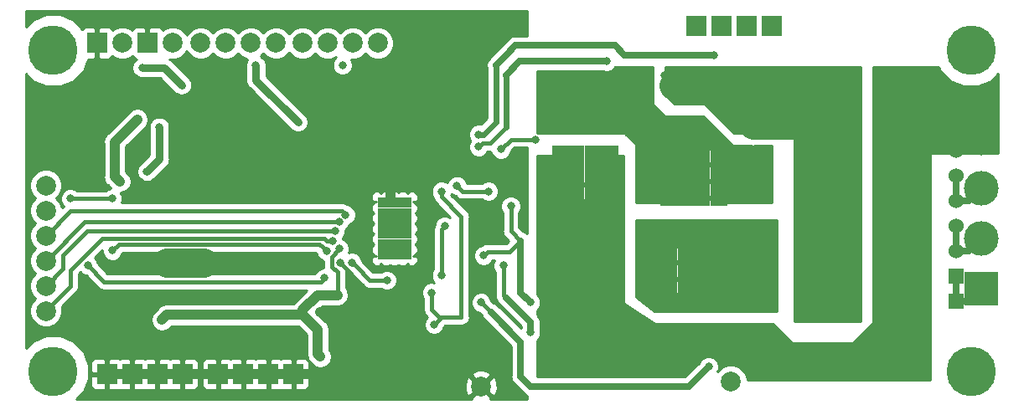
<source format=gbr>
G04 #@! TF.GenerationSoftware,KiCad,Pcbnew,5.0.0-rc2-dev-unknown-94c7809~62~ubuntu16.04.1*
G04 #@! TF.CreationDate,2018-03-26T01:26:19-07:00*
G04 #@! TF.ProjectId,LR7833_Bridge,4C52373833335F4272696467652E6B69,rev?*
G04 #@! TF.SameCoordinates,Original*
G04 #@! TF.FileFunction,Copper,L2,Bot,Signal*
G04 #@! TF.FilePolarity,Positive*
%FSLAX46Y46*%
G04 Gerber Fmt 4.6, Leading zero omitted, Abs format (unit mm)*
G04 Created by KiCad (PCBNEW 5.0.0-rc2-dev-unknown-94c7809~62~ubuntu16.04.1) date Mon Mar 26 01:26:19 2018*
%MOMM*%
%LPD*%
G01*
G04 APERTURE LIST*
%ADD10R,2.000000X2.000000*%
%ADD11C,5.000000*%
%ADD12R,1.778000X1.778000*%
%ADD13C,2.000000*%
%ADD14C,3.500000*%
%ADD15R,3.500000X3.500000*%
%ADD16C,1.524000*%
%ADD17R,1.524000X1.524000*%
%ADD18C,2.400000*%
%ADD19R,2.400000X2.400000*%
%ADD20R,0.890000X1.100000*%
%ADD21C,0.800000*%
%ADD22C,1.000000*%
%ADD23C,0.400000*%
%ADD24C,3.000000*%
%ADD25C,0.700000*%
%ADD26C,0.800000*%
%ADD27C,0.600000*%
%ADD28C,0.254000*%
G04 APERTURE END LIST*
D10*
X76330000Y38500000D03*
X73790000Y38500000D03*
X71250000Y38500000D03*
X68710000Y38500000D03*
X16810000Y3250000D03*
X14270000Y3250000D03*
X11730000Y3250000D03*
X9190000Y3250000D03*
D11*
X3750000Y36000000D03*
X3750000Y3500000D03*
X96500000Y3500000D03*
D12*
X56600000Y25500000D03*
X58300000Y25500000D03*
X60000000Y25500000D03*
X55000000Y25500000D03*
X55000000Y24100000D03*
X60000000Y24100000D03*
X58300000Y24100000D03*
X56600000Y24100000D03*
X60000000Y22400000D03*
X55000000Y22400000D03*
X56600000Y22400000D03*
X58300000Y22400000D03*
X55000000Y20700000D03*
X56600000Y20700000D03*
X58300000Y20700000D03*
X60000000Y20700000D03*
D13*
X3020000Y22350000D03*
X3020000Y19810000D03*
X3020000Y17270000D03*
X3020000Y14730000D03*
X3020000Y12190000D03*
X3020000Y9650000D03*
D14*
X97500000Y27120000D03*
X97500000Y22040000D03*
X97500000Y16960000D03*
D15*
X97500000Y11880000D03*
D16*
X94960000Y15690000D03*
D17*
X94960000Y13150000D03*
D16*
X94960000Y18230000D03*
X94960000Y20770000D03*
X94960000Y23310000D03*
X94960000Y25850000D03*
D17*
X94960000Y10610000D03*
D16*
X94960000Y28390000D03*
D13*
X15810000Y36770000D03*
D10*
X13270000Y36770000D03*
D13*
X10730000Y36770000D03*
D10*
X8190000Y36770000D03*
X20420000Y3250000D03*
X22960000Y3250000D03*
X25500000Y3250000D03*
X28040000Y3250000D03*
D13*
X28960000Y36750000D03*
X31500000Y36750000D03*
X34040000Y36750000D03*
X36580000Y36750000D03*
X26290000Y36750000D03*
X23750000Y36750000D03*
X21210000Y36750000D03*
X18670000Y36750000D03*
D18*
X81000000Y28500000D03*
X88500000Y28500000D03*
D19*
X88500000Y10500000D03*
D18*
X81000000Y10500000D03*
D20*
X39525000Y15331250D03*
X38675000Y15331250D03*
X36975000Y15331250D03*
X37825000Y15331250D03*
X37825000Y16387500D03*
X36975000Y16387500D03*
X38675000Y16387500D03*
X39525000Y16387500D03*
X39525000Y17443750D03*
X38675000Y17443750D03*
X36975000Y17443750D03*
X37825000Y17443750D03*
X37825000Y18500000D03*
X36975000Y18500000D03*
X38675000Y18500000D03*
X39525000Y18500000D03*
X39525000Y19556250D03*
X38675000Y19556250D03*
X36975000Y19556250D03*
X37825000Y19556250D03*
X37825000Y20612500D03*
X36975000Y20612500D03*
X38675000Y20612500D03*
X39525000Y20612500D03*
D12*
X71000000Y21100000D03*
X69300000Y21100000D03*
X67600000Y21100000D03*
X66000000Y21100000D03*
X69300000Y22800000D03*
X67600000Y22800000D03*
X66000000Y22800000D03*
X71000000Y22800000D03*
X67600000Y24500000D03*
X69300000Y24500000D03*
X71000000Y24500000D03*
X66000000Y24500000D03*
X66000000Y25900000D03*
X71000000Y25900000D03*
X69300000Y25900000D03*
X67600000Y25900000D03*
X55000000Y16300000D03*
X56700000Y16300000D03*
X58400000Y16300000D03*
X60000000Y16300000D03*
X56700000Y14600000D03*
X58400000Y14600000D03*
X60000000Y14600000D03*
X55000000Y14600000D03*
X58400000Y12900000D03*
X56700000Y12900000D03*
X55000000Y12900000D03*
X60000000Y12900000D03*
X60000000Y11500000D03*
X55000000Y11500000D03*
X56700000Y11500000D03*
X58400000Y11500000D03*
X69400000Y11500000D03*
X67700000Y11500000D03*
X66000000Y11500000D03*
X71000000Y11500000D03*
X71000000Y12900000D03*
X66000000Y12900000D03*
X67700000Y12900000D03*
X69400000Y12900000D03*
X66000000Y14600000D03*
X71000000Y14600000D03*
X69400000Y14600000D03*
X67700000Y14600000D03*
X71000000Y16300000D03*
X69400000Y16300000D03*
X67700000Y16300000D03*
X66000000Y16300000D03*
D11*
X96500000Y36000000D03*
D13*
X47000000Y2020000D03*
X72250000Y2520000D03*
D21*
X32750000Y14500000D03*
X35000000Y11250000D03*
X19000000Y14500000D03*
X45500000Y30750000D03*
X30750000Y9500000D03*
X41500000Y28500000D03*
X65500000Y32500000D03*
X44577473Y22322567D03*
X49000000Y26000000D03*
X47750000Y21750000D03*
X52500000Y27000000D03*
X53500000Y29500000D03*
X53500000Y30500000D03*
X57500000Y31500000D03*
X57500000Y33500000D03*
X57500000Y32500000D03*
X65500000Y33500000D03*
X68500000Y31500000D03*
X54500000Y31500000D03*
X53500000Y31500000D03*
X53500000Y32500000D03*
X53500000Y33500000D03*
X54500000Y33500000D03*
X55500000Y33500000D03*
X56500000Y33500000D03*
X56500000Y32500000D03*
X55500000Y32500000D03*
X68500000Y32500000D03*
X68500000Y33500000D03*
X67500000Y33500000D03*
X66500000Y33500000D03*
X66500000Y31500000D03*
X67500000Y31500000D03*
X67500000Y32500000D03*
X66500000Y32500000D03*
X57500000Y29500000D03*
X57500000Y30500000D03*
X54500000Y32500000D03*
X47250000Y15250000D03*
X50000000Y20250000D03*
X52000000Y10500000D03*
X43336208Y18224946D03*
X43000000Y13250000D03*
X12250000Y29000000D03*
X10500000Y22750000D03*
X28500000Y28750000D03*
X24250000Y34500000D03*
X13250000Y23750000D03*
X14500000Y28250000D03*
X33000000Y34500000D03*
X16750000Y32500000D03*
X12750000Y34250000D03*
X42250000Y8250000D03*
X42000000Y11500000D03*
X43000000Y21750000D03*
X31385525Y15700913D03*
X9750000Y15750000D03*
X9750000Y21000000D03*
X5500000Y21000000D03*
X31199990Y13000000D03*
X7250000Y14250000D03*
X33315068Y19379484D03*
X32646464Y18635850D03*
X32247331Y17718944D03*
X32000000Y16750000D03*
X46750000Y26250000D03*
X59684556Y34899990D03*
X46750000Y27500000D03*
X70500000Y35500000D03*
X49250000Y14250000D03*
X52000000Y7500000D03*
X47000000Y10500000D03*
X70000000Y4000000D03*
X33942311Y14560926D03*
X37500000Y12750000D03*
X32683769Y15948695D03*
X32500000Y11250000D03*
X30750000Y5000000D03*
X14750000Y8750000D03*
D22*
X50000000Y39250000D02*
X47750000Y39250000D01*
X47750000Y39250000D02*
X45500000Y37000000D01*
D23*
X32750000Y14500000D02*
X35000000Y12250000D01*
X35000000Y12250000D02*
X35000000Y11250000D01*
X34500000Y9500000D02*
X34500000Y10750000D01*
X34500000Y10750000D02*
X35000000Y11250000D01*
D24*
X19000000Y14500000D02*
X15250000Y14500000D01*
X45500000Y37000000D02*
X46250000Y37000000D01*
X45500000Y30750000D02*
X45500000Y37000000D01*
D22*
X20420000Y3250000D02*
X9190000Y3250000D01*
X28040000Y3250000D02*
X20420000Y3250000D01*
X35750000Y4250000D02*
X34750000Y3250000D01*
X34750000Y3250000D02*
X28040000Y3250000D01*
X35750000Y8250000D02*
X35750000Y4250000D01*
X34500000Y9500000D02*
X35750000Y8250000D01*
X30750000Y9500000D02*
X34500000Y9500000D01*
X38250000Y27500000D02*
X39250000Y28500000D01*
X39250000Y28500000D02*
X41500000Y28500000D01*
X38250000Y22587500D02*
X38250000Y27500000D01*
X37825000Y20612500D02*
X37825000Y22162500D01*
X37825000Y22162500D02*
X38250000Y22587500D01*
D25*
X94960000Y10610000D02*
X96230000Y10610000D01*
X96230000Y10610000D02*
X97500000Y11880000D01*
X94960000Y10610000D02*
X94960000Y13150000D01*
X94960000Y28390000D02*
X96230000Y28390000D01*
X96230000Y28390000D02*
X97500000Y27120000D01*
X94960000Y25850000D02*
X94960000Y28390000D01*
X86000000Y4500000D02*
X88500000Y7000000D01*
X88500000Y7000000D02*
X88500000Y10500000D01*
X76000000Y4500000D02*
X86000000Y4500000D01*
X74000000Y6500000D02*
X76000000Y4500000D01*
X61811000Y6500000D02*
X74000000Y6500000D01*
X58400000Y11500000D02*
X58400000Y9911000D01*
X58400000Y9911000D02*
X61811000Y6500000D01*
D23*
X45150040Y21750000D02*
X44977472Y21922568D01*
X47750000Y21750000D02*
X45150040Y21750000D01*
X44977472Y21922568D02*
X44577473Y22322567D01*
X49000000Y26000000D02*
X50000000Y27000000D01*
X50000000Y27000000D02*
X52500000Y27000000D01*
D25*
X94960000Y20770000D02*
X96230000Y20770000D01*
X96230000Y20770000D02*
X97500000Y22040000D01*
X94960000Y20770000D02*
X94960000Y23310000D01*
D24*
X74500000Y28500000D02*
X70500000Y32500000D01*
X70500000Y32500000D02*
X66500000Y32500000D01*
X81000000Y28500000D02*
X74500000Y28500000D01*
X81000000Y10500000D02*
X81000000Y28500000D01*
X88500000Y10500000D02*
X88500000Y28500000D01*
X66000000Y26000000D02*
X59500000Y32500000D01*
X59500000Y32500000D02*
X54500000Y32500000D01*
X66000000Y25900000D02*
X66000000Y26000000D01*
D23*
X47250000Y15250000D02*
X47649999Y15649999D01*
X47649999Y15649999D02*
X49899999Y15649999D01*
X49899999Y15649999D02*
X51000000Y16750000D01*
X50000000Y17750000D02*
X50000000Y20250000D01*
X50000000Y17750000D02*
X51000000Y16750000D01*
D25*
X51000000Y11500000D02*
X51000000Y16750000D01*
X52000000Y10500000D02*
X51000000Y11500000D01*
X94960000Y15690000D02*
X96230000Y15690000D01*
X96230000Y15690000D02*
X97500000Y16960000D01*
X94960000Y15690000D02*
X94960000Y18230000D01*
D23*
X43000000Y13250000D02*
X43000000Y17888738D01*
X43000000Y17888738D02*
X43336208Y18224946D01*
D22*
X10000000Y23250000D02*
X10000000Y26750000D01*
X10000000Y26750000D02*
X12250000Y29000000D01*
X10500000Y22750000D02*
X10000000Y23250000D01*
D26*
X24250000Y34500000D02*
X24250000Y33000000D01*
X24250000Y33000000D02*
X28500000Y28750000D01*
X14500000Y28250000D02*
X14500000Y25000000D01*
X14500000Y25000000D02*
X13250000Y23750000D01*
X12750000Y34250000D02*
X15000000Y34250000D01*
X15000000Y34250000D02*
X16750000Y32500000D01*
D23*
X42750000Y9000000D02*
X43000000Y9000000D01*
X43000000Y9000000D02*
X45000000Y9000000D01*
X42250000Y8250000D02*
X43000000Y9000000D01*
X42000000Y9750000D02*
X42750000Y9000000D01*
X42000000Y11500000D02*
X42000000Y9750000D01*
X45000000Y19184315D02*
X45000000Y9000000D01*
X43000000Y21750000D02*
X43000000Y21184315D01*
X43000000Y21184315D02*
X45000000Y19184315D01*
X9750000Y15750000D02*
X10400011Y16400011D01*
X30985526Y16100912D02*
X31385525Y15700913D01*
X10400011Y16400011D02*
X30686427Y16400011D01*
X30686427Y16400011D02*
X30985526Y16100912D01*
X5500000Y21000000D02*
X9750000Y21000000D01*
X7250000Y14250000D02*
X8900011Y12599989D01*
X8900011Y12599989D02*
X30799979Y12599989D01*
X30799991Y12600001D02*
X31199990Y13000000D01*
X30799979Y12599989D02*
X30799991Y12600001D01*
X3020000Y17270000D02*
X5529483Y19779483D01*
X32915069Y19779483D02*
X33315068Y19379484D01*
X5529483Y19779483D02*
X32915069Y19779483D01*
X6925850Y18635850D02*
X32080779Y18635850D01*
X32080779Y18635850D02*
X32646464Y18635850D01*
X3020000Y14730000D02*
X6925850Y18635850D01*
X31681646Y17718944D02*
X32247331Y17718944D01*
X3020000Y12190000D02*
X4750000Y13920000D01*
X4750000Y13920000D02*
X4750000Y15250000D01*
X4750000Y15250000D02*
X7218944Y17718944D01*
X7218944Y17718944D02*
X31681646Y17718944D01*
X5500000Y12130000D02*
X4019999Y10649999D01*
X31434315Y16750000D02*
X31184293Y17000022D01*
X5500000Y13750000D02*
X5500000Y12130000D01*
X4019999Y10649999D02*
X3020000Y9650000D01*
X8750022Y17000022D02*
X5500000Y13750000D01*
X31184293Y17000022D02*
X8750022Y17000022D01*
X32000000Y16750000D02*
X31434315Y16750000D01*
X46750000Y26250000D02*
X47149999Y26649999D01*
X47149999Y26649999D02*
X47899999Y26649999D01*
X47899999Y26649999D02*
X49500000Y28250000D01*
D27*
X49500000Y33500000D02*
X49500000Y28250000D01*
D25*
X50899990Y34899990D02*
X59118871Y34899990D01*
X49500000Y33500000D02*
X50899990Y34899990D01*
X59118871Y34899990D02*
X59684556Y34899990D01*
D27*
X48500000Y28750000D02*
X47250000Y27500000D01*
X47250000Y27500000D02*
X46750000Y27500000D01*
X48500000Y34500000D02*
X48500000Y28750000D01*
D25*
X49500000Y35500000D02*
X48500000Y34500000D01*
X50500000Y36500000D02*
X49500000Y35500000D01*
X60500000Y36500000D02*
X50500000Y36500000D01*
X61500000Y35500000D02*
X60500000Y36500000D01*
X70500000Y35500000D02*
X61500000Y35500000D01*
D23*
X49250000Y14250000D02*
X49250000Y11250000D01*
X49250000Y11250000D02*
X49500000Y11000000D01*
D25*
X52000000Y8500000D02*
X49500000Y11000000D01*
X52000000Y7500000D02*
X52000000Y8500000D01*
D23*
X48000000Y9500000D02*
X47000000Y10500000D01*
D25*
X51000000Y6500000D02*
X48000000Y9500000D01*
X51000000Y3000000D02*
X51000000Y6500000D01*
X52000000Y2000000D02*
X51000000Y3000000D01*
X68000000Y2000000D02*
X52000000Y2000000D01*
X70000000Y4000000D02*
X68000000Y2000000D01*
D23*
X37500000Y12750000D02*
X35753237Y12750000D01*
X35753237Y12750000D02*
X34342310Y14160927D01*
X34342310Y14160927D02*
X33942311Y14560926D01*
X32283770Y15548696D02*
X32683769Y15948695D01*
X31949999Y14115999D02*
X31949999Y15134001D01*
X32283770Y15467772D02*
X32283770Y15548696D01*
X32500000Y11250000D02*
X32500000Y13565998D01*
X32500000Y13565998D02*
X31949999Y14115999D01*
X31949999Y15134001D02*
X32283770Y15467772D01*
D22*
X29000000Y9750000D02*
X30500000Y11250000D01*
X30500000Y11250000D02*
X32500000Y11250000D01*
X29000000Y9250000D02*
X29000000Y9750000D01*
X30500000Y7750000D02*
X30500000Y5250000D01*
X30500000Y5250000D02*
X30750000Y5000000D01*
X29000000Y9250000D02*
X30500000Y7750000D01*
X15250000Y9250000D02*
X29000000Y9250000D01*
X14750000Y8750000D02*
X15250000Y9250000D01*
D28*
G36*
X92373000Y8627000D02*
X86627000Y8627000D01*
X86627000Y30373000D01*
X92373000Y30373000D01*
X92373000Y8627000D01*
X92373000Y8627000D01*
G37*
X92373000Y8627000D02*
X86627000Y8627000D01*
X86627000Y30373000D01*
X92373000Y30373000D01*
X92373000Y8627000D01*
G36*
X64373000Y32750497D02*
X64323173Y32500000D01*
X64373000Y32249503D01*
X64373000Y30500000D01*
X64382667Y30451399D01*
X64410197Y30410197D01*
X65410197Y29410197D01*
X65451399Y29382667D01*
X65500000Y29373000D01*
X69447394Y29373000D01*
X72410197Y26410197D01*
X72451399Y26382667D01*
X72500000Y26373000D01*
X74249502Y26373000D01*
X74289721Y26365000D01*
X74289724Y26365000D01*
X74499999Y26323174D01*
X74710274Y26365000D01*
X76373000Y26365000D01*
X76373000Y20627000D01*
X70824000Y20627000D01*
X70824000Y20814250D01*
X70665250Y20973000D01*
X69427000Y20973000D01*
X69427000Y20953000D01*
X69173000Y20953000D01*
X69173000Y20973000D01*
X67727000Y20973000D01*
X67727000Y20953000D01*
X67473000Y20953000D01*
X67473000Y20973000D01*
X66234750Y20973000D01*
X66076000Y20814250D01*
X66076000Y20627000D01*
X62627000Y20627000D01*
X62627000Y22514250D01*
X66076000Y22514250D01*
X66076000Y21385750D01*
X66234750Y21227000D01*
X67473000Y21227000D01*
X67473000Y22673000D01*
X67727000Y22673000D01*
X67727000Y21227000D01*
X69173000Y21227000D01*
X69173000Y22673000D01*
X69427000Y22673000D01*
X69427000Y21227000D01*
X70665250Y21227000D01*
X70824000Y21385750D01*
X70824000Y22514250D01*
X70665250Y22673000D01*
X69427000Y22673000D01*
X69173000Y22673000D01*
X67727000Y22673000D01*
X67473000Y22673000D01*
X66234750Y22673000D01*
X66076000Y22514250D01*
X62627000Y22514250D01*
X62627000Y24214250D01*
X66076000Y24214250D01*
X66076000Y23085750D01*
X66234750Y22927000D01*
X67473000Y22927000D01*
X67473000Y24373000D01*
X67727000Y24373000D01*
X67727000Y22927000D01*
X69173000Y22927000D01*
X69173000Y24373000D01*
X69427000Y24373000D01*
X69427000Y22927000D01*
X70665250Y22927000D01*
X70824000Y23085750D01*
X70824000Y24214250D01*
X70665250Y24373000D01*
X69427000Y24373000D01*
X69173000Y24373000D01*
X67727000Y24373000D01*
X67473000Y24373000D01*
X66234750Y24373000D01*
X66076000Y24214250D01*
X62627000Y24214250D01*
X62627000Y25515310D01*
X66076000Y25515310D01*
X66076000Y24785750D01*
X66234750Y24627000D01*
X67473000Y24627000D01*
X67473000Y25865250D01*
X67727000Y25865250D01*
X67727000Y24627000D01*
X69173000Y24627000D01*
X69173000Y25865250D01*
X69427000Y25865250D01*
X69427000Y24627000D01*
X70665250Y24627000D01*
X70824000Y24785750D01*
X70824000Y25515310D01*
X70727327Y25748699D01*
X70548698Y25927327D01*
X70315309Y26024000D01*
X69585750Y26024000D01*
X69427000Y25865250D01*
X69173000Y25865250D01*
X69014250Y26024000D01*
X67885750Y26024000D01*
X67727000Y25865250D01*
X67473000Y25865250D01*
X67314250Y26024000D01*
X66584691Y26024000D01*
X66351302Y25927327D01*
X66172673Y25748699D01*
X66076000Y25515310D01*
X62627000Y25515310D01*
X62627000Y26500000D01*
X62617333Y26548601D01*
X62589803Y26589803D01*
X61589803Y27589803D01*
X61548601Y27617333D01*
X61500000Y27627000D01*
X52627000Y27627000D01*
X52627000Y33914990D01*
X59357971Y33914990D01*
X59478682Y33864990D01*
X59890430Y33864990D01*
X60270836Y34022559D01*
X60561987Y34313710D01*
X60586546Y34373000D01*
X64373000Y34373000D01*
X64373000Y32750497D01*
X64373000Y32750497D01*
G37*
X64373000Y32750497D02*
X64323173Y32500000D01*
X64373000Y32249503D01*
X64373000Y30500000D01*
X64382667Y30451399D01*
X64410197Y30410197D01*
X65410197Y29410197D01*
X65451399Y29382667D01*
X65500000Y29373000D01*
X69447394Y29373000D01*
X72410197Y26410197D01*
X72451399Y26382667D01*
X72500000Y26373000D01*
X74249502Y26373000D01*
X74289721Y26365000D01*
X74289724Y26365000D01*
X74499999Y26323174D01*
X74710274Y26365000D01*
X76373000Y26365000D01*
X76373000Y20627000D01*
X70824000Y20627000D01*
X70824000Y20814250D01*
X70665250Y20973000D01*
X69427000Y20973000D01*
X69427000Y20953000D01*
X69173000Y20953000D01*
X69173000Y20973000D01*
X67727000Y20973000D01*
X67727000Y20953000D01*
X67473000Y20953000D01*
X67473000Y20973000D01*
X66234750Y20973000D01*
X66076000Y20814250D01*
X66076000Y20627000D01*
X62627000Y20627000D01*
X62627000Y22514250D01*
X66076000Y22514250D01*
X66076000Y21385750D01*
X66234750Y21227000D01*
X67473000Y21227000D01*
X67473000Y22673000D01*
X67727000Y22673000D01*
X67727000Y21227000D01*
X69173000Y21227000D01*
X69173000Y22673000D01*
X69427000Y22673000D01*
X69427000Y21227000D01*
X70665250Y21227000D01*
X70824000Y21385750D01*
X70824000Y22514250D01*
X70665250Y22673000D01*
X69427000Y22673000D01*
X69173000Y22673000D01*
X67727000Y22673000D01*
X67473000Y22673000D01*
X66234750Y22673000D01*
X66076000Y22514250D01*
X62627000Y22514250D01*
X62627000Y24214250D01*
X66076000Y24214250D01*
X66076000Y23085750D01*
X66234750Y22927000D01*
X67473000Y22927000D01*
X67473000Y24373000D01*
X67727000Y24373000D01*
X67727000Y22927000D01*
X69173000Y22927000D01*
X69173000Y24373000D01*
X69427000Y24373000D01*
X69427000Y22927000D01*
X70665250Y22927000D01*
X70824000Y23085750D01*
X70824000Y24214250D01*
X70665250Y24373000D01*
X69427000Y24373000D01*
X69173000Y24373000D01*
X67727000Y24373000D01*
X67473000Y24373000D01*
X66234750Y24373000D01*
X66076000Y24214250D01*
X62627000Y24214250D01*
X62627000Y25515310D01*
X66076000Y25515310D01*
X66076000Y24785750D01*
X66234750Y24627000D01*
X67473000Y24627000D01*
X67473000Y25865250D01*
X67727000Y25865250D01*
X67727000Y24627000D01*
X69173000Y24627000D01*
X69173000Y25865250D01*
X69427000Y25865250D01*
X69427000Y24627000D01*
X70665250Y24627000D01*
X70824000Y24785750D01*
X70824000Y25515310D01*
X70727327Y25748699D01*
X70548698Y25927327D01*
X70315309Y26024000D01*
X69585750Y26024000D01*
X69427000Y25865250D01*
X69173000Y25865250D01*
X69014250Y26024000D01*
X67885750Y26024000D01*
X67727000Y25865250D01*
X67473000Y25865250D01*
X67314250Y26024000D01*
X66584691Y26024000D01*
X66351302Y25927327D01*
X66172673Y25748699D01*
X66076000Y25515310D01*
X62627000Y25515310D01*
X62627000Y26500000D01*
X62617333Y26548601D01*
X62589803Y26589803D01*
X61589803Y27589803D01*
X61548601Y27617333D01*
X61500000Y27627000D01*
X52627000Y27627000D01*
X52627000Y33914990D01*
X59357971Y33914990D01*
X59478682Y33864990D01*
X59890430Y33864990D01*
X60270836Y34022559D01*
X60561987Y34313710D01*
X60586546Y34373000D01*
X64373000Y34373000D01*
X64373000Y32750497D01*
G36*
X85373000Y8627000D02*
X78627000Y8627000D01*
X78627000Y27500000D01*
X78617333Y27548601D01*
X78589803Y27589803D01*
X78548601Y27617333D01*
X78500000Y27627000D01*
X72552606Y27627000D01*
X69589803Y30589803D01*
X69548601Y30617333D01*
X69500000Y30627000D01*
X66552606Y30627000D01*
X65627000Y31552606D01*
X65627000Y34373000D01*
X85373000Y34373000D01*
X85373000Y8627000D01*
X85373000Y8627000D01*
G37*
X85373000Y8627000D02*
X78627000Y8627000D01*
X78627000Y27500000D01*
X78617333Y27548601D01*
X78589803Y27589803D01*
X78548601Y27617333D01*
X78500000Y27627000D01*
X72552606Y27627000D01*
X69589803Y30589803D01*
X69548601Y30617333D01*
X69500000Y30627000D01*
X66552606Y30627000D01*
X65627000Y31552606D01*
X65627000Y34373000D01*
X85373000Y34373000D01*
X85373000Y8627000D01*
G36*
X55076000Y25372998D02*
X55196972Y25372998D01*
X55172673Y25348699D01*
X55145961Y25284211D01*
X55076000Y25214250D01*
X55076000Y24385750D01*
X55145961Y24315789D01*
X55172673Y24251301D01*
X55351302Y24072673D01*
X55584691Y23976000D01*
X56314250Y23976000D01*
X56473000Y24134750D01*
X56473000Y24247000D01*
X56727000Y24247000D01*
X56727000Y24134750D01*
X56747000Y24114750D01*
X56747000Y23973000D01*
X56727000Y23973000D01*
X56727000Y22527000D01*
X58173000Y22527000D01*
X58173000Y23973000D01*
X58427000Y23973000D01*
X58427000Y22527000D01*
X59665250Y22527000D01*
X59824000Y22685750D01*
X59824000Y23814250D01*
X59665250Y23973000D01*
X58427000Y23973000D01*
X58173000Y23973000D01*
X58153000Y23973000D01*
X58153000Y24114750D01*
X58173000Y24134750D01*
X58173000Y24247000D01*
X58427000Y24247000D01*
X58427000Y24134750D01*
X58585750Y23976000D01*
X59315309Y23976000D01*
X59548698Y24072673D01*
X59727327Y24251301D01*
X59754039Y24315789D01*
X59824000Y24385750D01*
X59824000Y25214250D01*
X59754039Y25284211D01*
X59727327Y25348699D01*
X59703028Y25372998D01*
X59824000Y25372998D01*
X59824000Y25373000D01*
X61373000Y25373000D01*
X61373000Y10500000D01*
X61382667Y10451399D01*
X61410197Y10410197D01*
X61429553Y10394330D01*
X64429553Y8394330D01*
X64500000Y8373000D01*
X76447394Y8373000D01*
X78410197Y6410197D01*
X78451399Y6382667D01*
X78500000Y6373000D01*
X84500000Y6373000D01*
X84548601Y6382667D01*
X84589803Y6410197D01*
X88552606Y10373000D01*
X92373000Y10373000D01*
X92373000Y2627000D01*
X73885000Y2627000D01*
X73885000Y2845222D01*
X73636086Y3446153D01*
X73176153Y3906086D01*
X72575222Y4155000D01*
X71924778Y4155000D01*
X71323847Y3906086D01*
X70909922Y3492161D01*
X71035000Y3794126D01*
X71035000Y4205874D01*
X70877431Y4586280D01*
X70586280Y4877431D01*
X70205874Y5035000D01*
X69794126Y5035000D01*
X69413720Y4877431D01*
X69122569Y4586280D01*
X69072569Y4465569D01*
X67592000Y2985000D01*
X52627000Y2985000D01*
X52627000Y6663289D01*
X52877431Y6913720D01*
X53035000Y7294126D01*
X53035000Y7705874D01*
X52985000Y7826585D01*
X52985000Y8402992D01*
X53004296Y8500000D01*
X52985000Y8597008D01*
X52985000Y8597012D01*
X52927849Y8884328D01*
X52876785Y8960751D01*
X52765098Y9127903D01*
X52765096Y9127905D01*
X52710145Y9210145D01*
X52627905Y9265096D01*
X52627000Y9266001D01*
X52627000Y9663289D01*
X52877431Y9913720D01*
X53035000Y10294126D01*
X53035000Y10705874D01*
X52877431Y11086280D01*
X52627000Y11336711D01*
X52627000Y12614250D01*
X55176000Y12614250D01*
X55176000Y11884690D01*
X55272673Y11651301D01*
X55451302Y11472673D01*
X55684691Y11376000D01*
X56414250Y11376000D01*
X56573000Y11534750D01*
X56573000Y12773000D01*
X56827000Y12773000D01*
X56827000Y11534750D01*
X56985750Y11376000D01*
X58114250Y11376000D01*
X58273000Y11534750D01*
X58273000Y12773000D01*
X58527000Y12773000D01*
X58527000Y11534750D01*
X58685750Y11376000D01*
X59415309Y11376000D01*
X59648698Y11472673D01*
X59827327Y11651301D01*
X59924000Y11884690D01*
X59924000Y12614250D01*
X59765250Y12773000D01*
X58527000Y12773000D01*
X58273000Y12773000D01*
X56827000Y12773000D01*
X56573000Y12773000D01*
X55334750Y12773000D01*
X55176000Y12614250D01*
X52627000Y12614250D01*
X52627000Y14314250D01*
X55176000Y14314250D01*
X55176000Y13185750D01*
X55334750Y13027000D01*
X56573000Y13027000D01*
X56573000Y14473000D01*
X56827000Y14473000D01*
X56827000Y13027000D01*
X58273000Y13027000D01*
X58273000Y14473000D01*
X58527000Y14473000D01*
X58527000Y13027000D01*
X59765250Y13027000D01*
X59924000Y13185750D01*
X59924000Y14314250D01*
X59765250Y14473000D01*
X58527000Y14473000D01*
X58273000Y14473000D01*
X56827000Y14473000D01*
X56573000Y14473000D01*
X55334750Y14473000D01*
X55176000Y14314250D01*
X52627000Y14314250D01*
X52627000Y15615310D01*
X55176000Y15615310D01*
X55176000Y14885750D01*
X55334750Y14727000D01*
X56573000Y14727000D01*
X56573000Y15965250D01*
X56827000Y15965250D01*
X56827000Y14727000D01*
X58273000Y14727000D01*
X58273000Y15965250D01*
X58527000Y15965250D01*
X58527000Y14727000D01*
X59765250Y14727000D01*
X59924000Y14885750D01*
X59924000Y15615310D01*
X59827327Y15848699D01*
X59648698Y16027327D01*
X59415309Y16124000D01*
X58685750Y16124000D01*
X58527000Y15965250D01*
X58273000Y15965250D01*
X58114250Y16124000D01*
X56985750Y16124000D01*
X56827000Y15965250D01*
X56573000Y15965250D01*
X56414250Y16124000D01*
X55684691Y16124000D01*
X55451302Y16027327D01*
X55272673Y15848699D01*
X55176000Y15615310D01*
X52627000Y15615310D01*
X52627000Y22114250D01*
X55076000Y22114250D01*
X55076000Y21384690D01*
X55172673Y21151301D01*
X55351302Y20972673D01*
X55584691Y20876000D01*
X56314250Y20876000D01*
X56473000Y21034750D01*
X56473000Y22273000D01*
X56727000Y22273000D01*
X56727000Y21034750D01*
X56885750Y20876000D01*
X58014250Y20876000D01*
X58173000Y21034750D01*
X58173000Y22273000D01*
X58427000Y22273000D01*
X58427000Y21034750D01*
X58585750Y20876000D01*
X59315309Y20876000D01*
X59548698Y20972673D01*
X59727327Y21151301D01*
X59824000Y21384690D01*
X59824000Y22114250D01*
X59665250Y22273000D01*
X58427000Y22273000D01*
X58173000Y22273000D01*
X56727000Y22273000D01*
X56473000Y22273000D01*
X55234750Y22273000D01*
X55076000Y22114250D01*
X52627000Y22114250D01*
X52627000Y23814250D01*
X55076000Y23814250D01*
X55076000Y22685750D01*
X55234750Y22527000D01*
X56473000Y22527000D01*
X56473000Y23973000D01*
X55234750Y23973000D01*
X55076000Y23814250D01*
X52627000Y23814250D01*
X52627000Y25373000D01*
X55076000Y25373000D01*
X55076000Y25372998D01*
X55076000Y25372998D01*
G37*
X55076000Y25372998D02*
X55196972Y25372998D01*
X55172673Y25348699D01*
X55145961Y25284211D01*
X55076000Y25214250D01*
X55076000Y24385750D01*
X55145961Y24315789D01*
X55172673Y24251301D01*
X55351302Y24072673D01*
X55584691Y23976000D01*
X56314250Y23976000D01*
X56473000Y24134750D01*
X56473000Y24247000D01*
X56727000Y24247000D01*
X56727000Y24134750D01*
X56747000Y24114750D01*
X56747000Y23973000D01*
X56727000Y23973000D01*
X56727000Y22527000D01*
X58173000Y22527000D01*
X58173000Y23973000D01*
X58427000Y23973000D01*
X58427000Y22527000D01*
X59665250Y22527000D01*
X59824000Y22685750D01*
X59824000Y23814250D01*
X59665250Y23973000D01*
X58427000Y23973000D01*
X58173000Y23973000D01*
X58153000Y23973000D01*
X58153000Y24114750D01*
X58173000Y24134750D01*
X58173000Y24247000D01*
X58427000Y24247000D01*
X58427000Y24134750D01*
X58585750Y23976000D01*
X59315309Y23976000D01*
X59548698Y24072673D01*
X59727327Y24251301D01*
X59754039Y24315789D01*
X59824000Y24385750D01*
X59824000Y25214250D01*
X59754039Y25284211D01*
X59727327Y25348699D01*
X59703028Y25372998D01*
X59824000Y25372998D01*
X59824000Y25373000D01*
X61373000Y25373000D01*
X61373000Y10500000D01*
X61382667Y10451399D01*
X61410197Y10410197D01*
X61429553Y10394330D01*
X64429553Y8394330D01*
X64500000Y8373000D01*
X76447394Y8373000D01*
X78410197Y6410197D01*
X78451399Y6382667D01*
X78500000Y6373000D01*
X84500000Y6373000D01*
X84548601Y6382667D01*
X84589803Y6410197D01*
X88552606Y10373000D01*
X92373000Y10373000D01*
X92373000Y2627000D01*
X73885000Y2627000D01*
X73885000Y2845222D01*
X73636086Y3446153D01*
X73176153Y3906086D01*
X72575222Y4155000D01*
X71924778Y4155000D01*
X71323847Y3906086D01*
X70909922Y3492161D01*
X71035000Y3794126D01*
X71035000Y4205874D01*
X70877431Y4586280D01*
X70586280Y4877431D01*
X70205874Y5035000D01*
X69794126Y5035000D01*
X69413720Y4877431D01*
X69122569Y4586280D01*
X69072569Y4465569D01*
X67592000Y2985000D01*
X52627000Y2985000D01*
X52627000Y6663289D01*
X52877431Y6913720D01*
X53035000Y7294126D01*
X53035000Y7705874D01*
X52985000Y7826585D01*
X52985000Y8402992D01*
X53004296Y8500000D01*
X52985000Y8597008D01*
X52985000Y8597012D01*
X52927849Y8884328D01*
X52876785Y8960751D01*
X52765098Y9127903D01*
X52765096Y9127905D01*
X52710145Y9210145D01*
X52627905Y9265096D01*
X52627000Y9266001D01*
X52627000Y9663289D01*
X52877431Y9913720D01*
X53035000Y10294126D01*
X53035000Y10705874D01*
X52877431Y11086280D01*
X52627000Y11336711D01*
X52627000Y12614250D01*
X55176000Y12614250D01*
X55176000Y11884690D01*
X55272673Y11651301D01*
X55451302Y11472673D01*
X55684691Y11376000D01*
X56414250Y11376000D01*
X56573000Y11534750D01*
X56573000Y12773000D01*
X56827000Y12773000D01*
X56827000Y11534750D01*
X56985750Y11376000D01*
X58114250Y11376000D01*
X58273000Y11534750D01*
X58273000Y12773000D01*
X58527000Y12773000D01*
X58527000Y11534750D01*
X58685750Y11376000D01*
X59415309Y11376000D01*
X59648698Y11472673D01*
X59827327Y11651301D01*
X59924000Y11884690D01*
X59924000Y12614250D01*
X59765250Y12773000D01*
X58527000Y12773000D01*
X58273000Y12773000D01*
X56827000Y12773000D01*
X56573000Y12773000D01*
X55334750Y12773000D01*
X55176000Y12614250D01*
X52627000Y12614250D01*
X52627000Y14314250D01*
X55176000Y14314250D01*
X55176000Y13185750D01*
X55334750Y13027000D01*
X56573000Y13027000D01*
X56573000Y14473000D01*
X56827000Y14473000D01*
X56827000Y13027000D01*
X58273000Y13027000D01*
X58273000Y14473000D01*
X58527000Y14473000D01*
X58527000Y13027000D01*
X59765250Y13027000D01*
X59924000Y13185750D01*
X59924000Y14314250D01*
X59765250Y14473000D01*
X58527000Y14473000D01*
X58273000Y14473000D01*
X56827000Y14473000D01*
X56573000Y14473000D01*
X55334750Y14473000D01*
X55176000Y14314250D01*
X52627000Y14314250D01*
X52627000Y15615310D01*
X55176000Y15615310D01*
X55176000Y14885750D01*
X55334750Y14727000D01*
X56573000Y14727000D01*
X56573000Y15965250D01*
X56827000Y15965250D01*
X56827000Y14727000D01*
X58273000Y14727000D01*
X58273000Y15965250D01*
X58527000Y15965250D01*
X58527000Y14727000D01*
X59765250Y14727000D01*
X59924000Y14885750D01*
X59924000Y15615310D01*
X59827327Y15848699D01*
X59648698Y16027327D01*
X59415309Y16124000D01*
X58685750Y16124000D01*
X58527000Y15965250D01*
X58273000Y15965250D01*
X58114250Y16124000D01*
X56985750Y16124000D01*
X56827000Y15965250D01*
X56573000Y15965250D01*
X56414250Y16124000D01*
X55684691Y16124000D01*
X55451302Y16027327D01*
X55272673Y15848699D01*
X55176000Y15615310D01*
X52627000Y15615310D01*
X52627000Y22114250D01*
X55076000Y22114250D01*
X55076000Y21384690D01*
X55172673Y21151301D01*
X55351302Y20972673D01*
X55584691Y20876000D01*
X56314250Y20876000D01*
X56473000Y21034750D01*
X56473000Y22273000D01*
X56727000Y22273000D01*
X56727000Y21034750D01*
X56885750Y20876000D01*
X58014250Y20876000D01*
X58173000Y21034750D01*
X58173000Y22273000D01*
X58427000Y22273000D01*
X58427000Y21034750D01*
X58585750Y20876000D01*
X59315309Y20876000D01*
X59548698Y20972673D01*
X59727327Y21151301D01*
X59824000Y21384690D01*
X59824000Y22114250D01*
X59665250Y22273000D01*
X58427000Y22273000D01*
X58173000Y22273000D01*
X56727000Y22273000D01*
X56473000Y22273000D01*
X55234750Y22273000D01*
X55076000Y22114250D01*
X52627000Y22114250D01*
X52627000Y23814250D01*
X55076000Y23814250D01*
X55076000Y22685750D01*
X55234750Y22527000D01*
X56473000Y22527000D01*
X56473000Y23973000D01*
X55234750Y23973000D01*
X55076000Y23814250D01*
X52627000Y23814250D01*
X52627000Y25373000D01*
X55076000Y25373000D01*
X55076000Y25372998D01*
G36*
X93425178Y33945470D02*
X94445470Y32925178D01*
X95778545Y32373000D01*
X97221455Y32373000D01*
X98554530Y32925178D01*
X99265000Y33635648D01*
X99265000Y25627000D01*
X86627000Y25627000D01*
X86627000Y34373000D01*
X93248089Y34373000D01*
X93425178Y33945470D01*
X93425178Y33945470D01*
G37*
X93425178Y33945470D02*
X94445470Y32925178D01*
X95778545Y32373000D01*
X97221455Y32373000D01*
X98554530Y32925178D01*
X99265000Y33635648D01*
X99265000Y25627000D01*
X86627000Y25627000D01*
X86627000Y34373000D01*
X93248089Y34373000D01*
X93425178Y33945470D01*
G36*
X76873000Y9627000D02*
X64542333Y9627000D01*
X62627000Y11063500D01*
X62627000Y12614250D01*
X66176000Y12614250D01*
X66176000Y11884690D01*
X66272673Y11651301D01*
X66451302Y11472673D01*
X66684691Y11376000D01*
X67414250Y11376000D01*
X67573000Y11534750D01*
X67573000Y12773000D01*
X67827000Y12773000D01*
X67827000Y11534750D01*
X67985750Y11376000D01*
X69114250Y11376000D01*
X69273000Y11534750D01*
X69273000Y12773000D01*
X69527000Y12773000D01*
X69527000Y11534750D01*
X69685750Y11376000D01*
X70415309Y11376000D01*
X70648698Y11472673D01*
X70827327Y11651301D01*
X70924000Y11884690D01*
X70924000Y12614250D01*
X70765250Y12773000D01*
X69527000Y12773000D01*
X69273000Y12773000D01*
X67827000Y12773000D01*
X67573000Y12773000D01*
X66334750Y12773000D01*
X66176000Y12614250D01*
X62627000Y12614250D01*
X62627000Y14314250D01*
X66176000Y14314250D01*
X66176000Y13185750D01*
X66334750Y13027000D01*
X67573000Y13027000D01*
X67573000Y14473000D01*
X67827000Y14473000D01*
X67827000Y13027000D01*
X69273000Y13027000D01*
X69273000Y14473000D01*
X69527000Y14473000D01*
X69527000Y13027000D01*
X70765250Y13027000D01*
X70924000Y13185750D01*
X70924000Y14314250D01*
X70765250Y14473000D01*
X69527000Y14473000D01*
X69273000Y14473000D01*
X67827000Y14473000D01*
X67573000Y14473000D01*
X66334750Y14473000D01*
X66176000Y14314250D01*
X62627000Y14314250D01*
X62627000Y15615310D01*
X66176000Y15615310D01*
X66176000Y14885750D01*
X66334750Y14727000D01*
X67573000Y14727000D01*
X67573000Y15965250D01*
X67827000Y15965250D01*
X67827000Y14727000D01*
X69273000Y14727000D01*
X69273000Y15965250D01*
X69527000Y15965250D01*
X69527000Y14727000D01*
X70765250Y14727000D01*
X70924000Y14885750D01*
X70924000Y15615310D01*
X70827327Y15848699D01*
X70648698Y16027327D01*
X70415309Y16124000D01*
X69685750Y16124000D01*
X69527000Y15965250D01*
X69273000Y15965250D01*
X69114250Y16124000D01*
X67985750Y16124000D01*
X67827000Y15965250D01*
X67573000Y15965250D01*
X67414250Y16124000D01*
X66684691Y16124000D01*
X66451302Y16027327D01*
X66272673Y15848699D01*
X66176000Y15615310D01*
X62627000Y15615310D01*
X62627000Y18873000D01*
X76873000Y18873000D01*
X76873000Y9627000D01*
X76873000Y9627000D01*
G37*
X76873000Y9627000D02*
X64542333Y9627000D01*
X62627000Y11063500D01*
X62627000Y12614250D01*
X66176000Y12614250D01*
X66176000Y11884690D01*
X66272673Y11651301D01*
X66451302Y11472673D01*
X66684691Y11376000D01*
X67414250Y11376000D01*
X67573000Y11534750D01*
X67573000Y12773000D01*
X67827000Y12773000D01*
X67827000Y11534750D01*
X67985750Y11376000D01*
X69114250Y11376000D01*
X69273000Y11534750D01*
X69273000Y12773000D01*
X69527000Y12773000D01*
X69527000Y11534750D01*
X69685750Y11376000D01*
X70415309Y11376000D01*
X70648698Y11472673D01*
X70827327Y11651301D01*
X70924000Y11884690D01*
X70924000Y12614250D01*
X70765250Y12773000D01*
X69527000Y12773000D01*
X69273000Y12773000D01*
X67827000Y12773000D01*
X67573000Y12773000D01*
X66334750Y12773000D01*
X66176000Y12614250D01*
X62627000Y12614250D01*
X62627000Y14314250D01*
X66176000Y14314250D01*
X66176000Y13185750D01*
X66334750Y13027000D01*
X67573000Y13027000D01*
X67573000Y14473000D01*
X67827000Y14473000D01*
X67827000Y13027000D01*
X69273000Y13027000D01*
X69273000Y14473000D01*
X69527000Y14473000D01*
X69527000Y13027000D01*
X70765250Y13027000D01*
X70924000Y13185750D01*
X70924000Y14314250D01*
X70765250Y14473000D01*
X69527000Y14473000D01*
X69273000Y14473000D01*
X67827000Y14473000D01*
X67573000Y14473000D01*
X66334750Y14473000D01*
X66176000Y14314250D01*
X62627000Y14314250D01*
X62627000Y15615310D01*
X66176000Y15615310D01*
X66176000Y14885750D01*
X66334750Y14727000D01*
X67573000Y14727000D01*
X67573000Y15965250D01*
X67827000Y15965250D01*
X67827000Y14727000D01*
X69273000Y14727000D01*
X69273000Y15965250D01*
X69527000Y15965250D01*
X69527000Y14727000D01*
X70765250Y14727000D01*
X70924000Y14885750D01*
X70924000Y15615310D01*
X70827327Y15848699D01*
X70648698Y16027327D01*
X70415309Y16124000D01*
X69685750Y16124000D01*
X69527000Y15965250D01*
X69273000Y15965250D01*
X69114250Y16124000D01*
X67985750Y16124000D01*
X67827000Y15965250D01*
X67573000Y15965250D01*
X67414250Y16124000D01*
X66684691Y16124000D01*
X66451302Y16027327D01*
X66272673Y15848699D01*
X66176000Y15615310D01*
X62627000Y15615310D01*
X62627000Y18873000D01*
X76873000Y18873000D01*
X76873000Y9627000D01*
G36*
X51623000Y37485000D02*
X50597008Y37485000D01*
X50500000Y37504296D01*
X50402992Y37485000D01*
X50402988Y37485000D01*
X50115672Y37427849D01*
X49872097Y37265098D01*
X49872095Y37265096D01*
X49789855Y37210145D01*
X49734904Y37127905D01*
X48872100Y36265100D01*
X48872097Y36265098D01*
X47734902Y35127902D01*
X47572151Y34884327D01*
X47495704Y34500000D01*
X47565000Y34151623D01*
X47565001Y29137291D01*
X46960708Y28532998D01*
X46955874Y28535000D01*
X46544126Y28535000D01*
X46163720Y28377431D01*
X45872569Y28086280D01*
X45715000Y27705874D01*
X45715000Y27294126D01*
X45872569Y26913720D01*
X45911289Y26875000D01*
X45872569Y26836280D01*
X45715000Y26455874D01*
X45715000Y26044126D01*
X45872569Y25663720D01*
X46163720Y25372569D01*
X46544126Y25215000D01*
X46955874Y25215000D01*
X47336280Y25372569D01*
X47627431Y25663720D01*
X47690093Y25814999D01*
X47817766Y25814999D01*
X47899999Y25798642D01*
X47965000Y25811571D01*
X47965000Y25794126D01*
X48122569Y25413720D01*
X48413720Y25122569D01*
X48794126Y24965000D01*
X49205874Y24965000D01*
X49586280Y25122569D01*
X49877431Y25413720D01*
X50035000Y25794126D01*
X50035000Y25854133D01*
X50345868Y26165000D01*
X51623000Y26165000D01*
X51623000Y17518373D01*
X51384328Y17677849D01*
X51220414Y17710454D01*
X50835000Y18095867D01*
X50835000Y19621289D01*
X50877431Y19663720D01*
X51035000Y20044126D01*
X51035000Y20455874D01*
X50877431Y20836280D01*
X50586280Y21127431D01*
X50205874Y21285000D01*
X49794126Y21285000D01*
X49413720Y21127431D01*
X49122569Y20836280D01*
X48965000Y20455874D01*
X48965000Y20044126D01*
X49122569Y19663720D01*
X49165001Y19621288D01*
X49165000Y17832233D01*
X49148643Y17750000D01*
X49165000Y17667767D01*
X49165000Y17667764D01*
X49213448Y17424200D01*
X49397999Y17147999D01*
X49467720Y17101413D01*
X49819132Y16750000D01*
X49554132Y16484999D01*
X47732231Y16484999D01*
X47649998Y16501356D01*
X47567765Y16484999D01*
X47567762Y16484999D01*
X47324198Y16436551D01*
X47097386Y16285000D01*
X47044126Y16285000D01*
X46663720Y16127431D01*
X46372569Y15836280D01*
X46215000Y15455874D01*
X46215000Y15044126D01*
X46372569Y14663720D01*
X46663720Y14372569D01*
X47044126Y14215000D01*
X47455874Y14215000D01*
X47836280Y14372569D01*
X48127431Y14663720D01*
X48190093Y14814999D01*
X48363754Y14814999D01*
X48215000Y14455874D01*
X48215000Y14044126D01*
X48372569Y13663720D01*
X48415000Y13621289D01*
X48415001Y11332238D01*
X48398643Y11250000D01*
X48463448Y10924200D01*
X48463449Y10924199D01*
X48530845Y10823334D01*
X48572151Y10615673D01*
X48734902Y10372098D01*
X51015001Y8091999D01*
X51015000Y7878000D01*
X48627902Y10265098D01*
X48384327Y10427849D01*
X48220415Y10460453D01*
X48035000Y10645867D01*
X48035000Y10705874D01*
X47877431Y11086280D01*
X47586280Y11377431D01*
X47205874Y11535000D01*
X46794126Y11535000D01*
X46413720Y11377431D01*
X46122569Y11086280D01*
X45965000Y10705874D01*
X45965000Y10294126D01*
X46122569Y9913720D01*
X46413720Y9622569D01*
X46794126Y9465000D01*
X46854133Y9465000D01*
X47039547Y9279585D01*
X47072151Y9115673D01*
X47234902Y8872098D01*
X50015001Y6091998D01*
X50015000Y3097008D01*
X49995704Y3000000D01*
X50015000Y2902992D01*
X50015000Y2902989D01*
X50072151Y2615673D01*
X50289855Y2289855D01*
X50372098Y2234902D01*
X51234904Y1372095D01*
X51289855Y1289855D01*
X51372095Y1234904D01*
X51372097Y1234902D01*
X51505544Y1145736D01*
X51615672Y1072151D01*
X51623000Y1070693D01*
X51623000Y735000D01*
X47923950Y735000D01*
X47972927Y867468D01*
X47000000Y1840395D01*
X46027073Y867468D01*
X46076050Y735000D01*
X6114352Y735000D01*
X6824822Y1445470D01*
X7377000Y2778545D01*
X7377000Y2964250D01*
X7555000Y2964250D01*
X7555000Y2123690D01*
X7651673Y1890301D01*
X7830302Y1711673D01*
X8063691Y1615000D01*
X8904250Y1615000D01*
X9063000Y1773750D01*
X9063000Y3123000D01*
X9317000Y3123000D01*
X9317000Y1773750D01*
X9475750Y1615000D01*
X10316309Y1615000D01*
X10460000Y1674519D01*
X10603691Y1615000D01*
X11444250Y1615000D01*
X11603000Y1773750D01*
X11603000Y3123000D01*
X11857000Y3123000D01*
X11857000Y1773750D01*
X12015750Y1615000D01*
X12856309Y1615000D01*
X13000000Y1674519D01*
X13143691Y1615000D01*
X13984250Y1615000D01*
X14143000Y1773750D01*
X14143000Y3123000D01*
X14397000Y3123000D01*
X14397000Y1773750D01*
X14555750Y1615000D01*
X15396309Y1615000D01*
X15540000Y1674519D01*
X15683691Y1615000D01*
X16524250Y1615000D01*
X16683000Y1773750D01*
X16683000Y3123000D01*
X16937000Y3123000D01*
X16937000Y1773750D01*
X17095750Y1615000D01*
X17936309Y1615000D01*
X18169698Y1711673D01*
X18348327Y1890301D01*
X18445000Y2123690D01*
X18445000Y2964250D01*
X18785000Y2964250D01*
X18785000Y2123690D01*
X18881673Y1890301D01*
X19060302Y1711673D01*
X19293691Y1615000D01*
X20134250Y1615000D01*
X20293000Y1773750D01*
X20293000Y3123000D01*
X20547000Y3123000D01*
X20547000Y1773750D01*
X20705750Y1615000D01*
X21546309Y1615000D01*
X21690000Y1674519D01*
X21833691Y1615000D01*
X22674250Y1615000D01*
X22833000Y1773750D01*
X22833000Y3123000D01*
X23087000Y3123000D01*
X23087000Y1773750D01*
X23245750Y1615000D01*
X24086309Y1615000D01*
X24230000Y1674519D01*
X24373691Y1615000D01*
X25214250Y1615000D01*
X25373000Y1773750D01*
X25373000Y3123000D01*
X25627000Y3123000D01*
X25627000Y1773750D01*
X25785750Y1615000D01*
X26626309Y1615000D01*
X26770000Y1674519D01*
X26913691Y1615000D01*
X27754250Y1615000D01*
X27913000Y1773750D01*
X27913000Y3123000D01*
X28167000Y3123000D01*
X28167000Y1773750D01*
X28325750Y1615000D01*
X29166309Y1615000D01*
X29399698Y1711673D01*
X29578327Y1890301D01*
X29675000Y2123690D01*
X29675000Y2284539D01*
X45354092Y2284539D01*
X45378144Y1634540D01*
X45580613Y1145736D01*
X45847468Y1047073D01*
X46820395Y2020000D01*
X47179605Y2020000D01*
X48152532Y1047073D01*
X48419387Y1145736D01*
X48645908Y1755461D01*
X48621856Y2405460D01*
X48419387Y2894264D01*
X48152532Y2992927D01*
X47179605Y2020000D01*
X46820395Y2020000D01*
X45847468Y2992927D01*
X45580613Y2894264D01*
X45354092Y2284539D01*
X29675000Y2284539D01*
X29675000Y2964250D01*
X29516250Y3123000D01*
X28167000Y3123000D01*
X27913000Y3123000D01*
X25627000Y3123000D01*
X25373000Y3123000D01*
X23087000Y3123000D01*
X22833000Y3123000D01*
X20547000Y3123000D01*
X20293000Y3123000D01*
X18943750Y3123000D01*
X18785000Y2964250D01*
X18445000Y2964250D01*
X18286250Y3123000D01*
X16937000Y3123000D01*
X16683000Y3123000D01*
X14397000Y3123000D01*
X14143000Y3123000D01*
X11857000Y3123000D01*
X11603000Y3123000D01*
X9317000Y3123000D01*
X9063000Y3123000D01*
X7713750Y3123000D01*
X7555000Y2964250D01*
X7377000Y2964250D01*
X7377000Y3172532D01*
X46027073Y3172532D01*
X47000000Y2199605D01*
X47972927Y3172532D01*
X47874264Y3439387D01*
X47264539Y3665908D01*
X46614540Y3641856D01*
X46125736Y3439387D01*
X46027073Y3172532D01*
X7377000Y3172532D01*
X7377000Y4221455D01*
X7312857Y4376310D01*
X7555000Y4376310D01*
X7555000Y3535750D01*
X7713750Y3377000D01*
X9063000Y3377000D01*
X9063000Y4726250D01*
X9317000Y4726250D01*
X9317000Y3377000D01*
X11603000Y3377000D01*
X11603000Y4726250D01*
X11857000Y4726250D01*
X11857000Y3377000D01*
X14143000Y3377000D01*
X14143000Y4726250D01*
X14397000Y4726250D01*
X14397000Y3377000D01*
X16683000Y3377000D01*
X16683000Y4726250D01*
X16937000Y4726250D01*
X16937000Y3377000D01*
X18286250Y3377000D01*
X18445000Y3535750D01*
X18445000Y4376310D01*
X18785000Y4376310D01*
X18785000Y3535750D01*
X18943750Y3377000D01*
X20293000Y3377000D01*
X20293000Y4726250D01*
X20547000Y4726250D01*
X20547000Y3377000D01*
X22833000Y3377000D01*
X22833000Y4726250D01*
X23087000Y4726250D01*
X23087000Y3377000D01*
X25373000Y3377000D01*
X25373000Y4726250D01*
X25627000Y4726250D01*
X25627000Y3377000D01*
X27913000Y3377000D01*
X27913000Y4726250D01*
X27754250Y4885000D01*
X26913691Y4885000D01*
X26770000Y4825481D01*
X26626309Y4885000D01*
X25785750Y4885000D01*
X25627000Y4726250D01*
X25373000Y4726250D01*
X25214250Y4885000D01*
X24373691Y4885000D01*
X24230000Y4825481D01*
X24086309Y4885000D01*
X23245750Y4885000D01*
X23087000Y4726250D01*
X22833000Y4726250D01*
X22674250Y4885000D01*
X21833691Y4885000D01*
X21690000Y4825481D01*
X21546309Y4885000D01*
X20705750Y4885000D01*
X20547000Y4726250D01*
X20293000Y4726250D01*
X20134250Y4885000D01*
X19293691Y4885000D01*
X19060302Y4788327D01*
X18881673Y4609699D01*
X18785000Y4376310D01*
X18445000Y4376310D01*
X18348327Y4609699D01*
X18169698Y4788327D01*
X17936309Y4885000D01*
X17095750Y4885000D01*
X16937000Y4726250D01*
X16683000Y4726250D01*
X16524250Y4885000D01*
X15683691Y4885000D01*
X15540000Y4825481D01*
X15396309Y4885000D01*
X14555750Y4885000D01*
X14397000Y4726250D01*
X14143000Y4726250D01*
X13984250Y4885000D01*
X13143691Y4885000D01*
X13000000Y4825481D01*
X12856309Y4885000D01*
X12015750Y4885000D01*
X11857000Y4726250D01*
X11603000Y4726250D01*
X11444250Y4885000D01*
X10603691Y4885000D01*
X10460000Y4825481D01*
X10316309Y4885000D01*
X9475750Y4885000D01*
X9317000Y4726250D01*
X9063000Y4726250D01*
X8904250Y4885000D01*
X8063691Y4885000D01*
X7830302Y4788327D01*
X7651673Y4609699D01*
X7555000Y4376310D01*
X7312857Y4376310D01*
X6824822Y5554530D01*
X5804530Y6574822D01*
X4471455Y7127000D01*
X3028545Y7127000D01*
X1695470Y6574822D01*
X985000Y5864352D01*
X985000Y22675222D01*
X1385000Y22675222D01*
X1385000Y22024778D01*
X1633914Y21423847D01*
X1977761Y21080000D01*
X1633914Y20736153D01*
X1385000Y20135222D01*
X1385000Y19484778D01*
X1633914Y18883847D01*
X1977761Y18540000D01*
X1633914Y18196153D01*
X1385000Y17595222D01*
X1385000Y16944778D01*
X1633914Y16343847D01*
X1977761Y16000000D01*
X1633914Y15656153D01*
X1385000Y15055222D01*
X1385000Y14404778D01*
X1633914Y13803847D01*
X1977761Y13460000D01*
X1633914Y13116153D01*
X1385000Y12515222D01*
X1385000Y11864778D01*
X1633914Y11263847D01*
X1977761Y10920000D01*
X1633914Y10576153D01*
X1385000Y9975222D01*
X1385000Y9324778D01*
X1633914Y8723847D01*
X2093847Y8263914D01*
X2694778Y8015000D01*
X3345222Y8015000D01*
X3946153Y8263914D01*
X4406086Y8723847D01*
X4655000Y9324778D01*
X4655000Y9975222D01*
X4617243Y10066375D01*
X4668583Y10117715D01*
X4668585Y10117718D01*
X6032285Y11481416D01*
X6102001Y11527999D01*
X6286552Y11804199D01*
X6335000Y12047763D01*
X6335000Y12047766D01*
X6351357Y12129999D01*
X6335000Y12212232D01*
X6335000Y13404133D01*
X6483578Y13552711D01*
X6663720Y13372569D01*
X7044126Y13215000D01*
X7104133Y13215000D01*
X8251426Y12067706D01*
X8298010Y11997988D01*
X8574192Y11813449D01*
X8574210Y11813437D01*
X8900011Y11748631D01*
X8982248Y11764989D01*
X29409857Y11764989D01*
X28276480Y10631611D01*
X28181712Y10568289D01*
X28059242Y10385000D01*
X15361783Y10385000D01*
X15250000Y10407235D01*
X15138217Y10385000D01*
X14807145Y10319146D01*
X14431711Y10068289D01*
X14368387Y9973518D01*
X13868392Y9473523D01*
X13680854Y9192854D01*
X13592765Y8750000D01*
X13680854Y8307146D01*
X13931712Y7931712D01*
X14307146Y7680854D01*
X14750000Y7592765D01*
X15192854Y7680854D01*
X15473523Y7868392D01*
X15720131Y8115000D01*
X28529869Y8115000D01*
X29365000Y7279868D01*
X29365001Y5361788D01*
X29342765Y5250000D01*
X29430854Y4807146D01*
X29430855Y4807145D01*
X29531487Y4656539D01*
X29399698Y4788327D01*
X29166309Y4885000D01*
X28325750Y4885000D01*
X28167000Y4726250D01*
X28167000Y3377000D01*
X29516250Y3377000D01*
X29675000Y3535750D01*
X29675000Y4376310D01*
X29603677Y4548498D01*
X29681712Y4431711D01*
X29776480Y4368389D01*
X30026477Y4118392D01*
X30307146Y3930855D01*
X30749999Y3842765D01*
X31192854Y3930855D01*
X31568288Y4181712D01*
X31819145Y4557146D01*
X31907235Y5000001D01*
X31819145Y5442854D01*
X31635000Y5718447D01*
X31635000Y7638219D01*
X31657235Y7750001D01*
X31633685Y7868392D01*
X31569146Y8192855D01*
X31318289Y8568289D01*
X31223521Y8631611D01*
X30355131Y9500000D01*
X30970132Y10115000D01*
X32611783Y10115000D01*
X32942855Y10180854D01*
X33318289Y10431711D01*
X33569146Y10807145D01*
X33657235Y11250000D01*
X33569146Y11692855D01*
X33560447Y11705874D01*
X40965000Y11705874D01*
X40965000Y11294126D01*
X41122569Y10913720D01*
X41165000Y10871289D01*
X41165001Y9832238D01*
X41148643Y9750000D01*
X41213448Y9424200D01*
X41279196Y9325801D01*
X41398000Y9147999D01*
X41467718Y9101415D01*
X41552711Y9016422D01*
X41372569Y8836280D01*
X41215000Y8455874D01*
X41215000Y8044126D01*
X41372569Y7663720D01*
X41663720Y7372569D01*
X42044126Y7215000D01*
X42455874Y7215000D01*
X42836280Y7372569D01*
X43127431Y7663720D01*
X43285000Y8044126D01*
X43285000Y8104132D01*
X43345868Y8165000D01*
X44917763Y8165000D01*
X45000000Y8148642D01*
X45082237Y8165000D01*
X45325801Y8213448D01*
X45602001Y8397999D01*
X45786552Y8674199D01*
X45851358Y9000000D01*
X45835000Y9082237D01*
X45835000Y19102083D01*
X45851357Y19184316D01*
X45835000Y19266551D01*
X45835000Y19266552D01*
X45786552Y19510116D01*
X45602001Y19786316D01*
X45532283Y19832900D01*
X43972337Y21392845D01*
X43993586Y21444145D01*
X44371599Y21287567D01*
X44431606Y21287567D01*
X44501453Y21217720D01*
X44548039Y21147999D01*
X44824239Y20963448D01*
X45067803Y20915000D01*
X45067806Y20915000D01*
X45150039Y20898643D01*
X45232272Y20915000D01*
X47121289Y20915000D01*
X47163720Y20872569D01*
X47544126Y20715000D01*
X47955874Y20715000D01*
X48336280Y20872569D01*
X48627431Y21163720D01*
X48785000Y21544126D01*
X48785000Y21955874D01*
X48627431Y22336280D01*
X48336280Y22627431D01*
X47955874Y22785000D01*
X47544126Y22785000D01*
X47163720Y22627431D01*
X47121289Y22585000D01*
X45589046Y22585000D01*
X45454904Y22908847D01*
X45163753Y23199998D01*
X44783347Y23357567D01*
X44371599Y23357567D01*
X43991193Y23199998D01*
X43700042Y22908847D01*
X43583887Y22628422D01*
X43205874Y22785000D01*
X42794126Y22785000D01*
X42413720Y22627431D01*
X42122569Y22336280D01*
X41965000Y21955874D01*
X41965000Y21544126D01*
X42122569Y21163720D01*
X42160231Y21126058D01*
X42165000Y21102082D01*
X42165000Y21102078D01*
X42213448Y20858514D01*
X42398000Y20582314D01*
X42467718Y20535730D01*
X43885926Y19117522D01*
X43542082Y19259946D01*
X43130334Y19259946D01*
X42749928Y19102377D01*
X42458777Y18811226D01*
X42301208Y18430820D01*
X42301208Y18345880D01*
X42213448Y18214538D01*
X42148643Y17888738D01*
X42165001Y17806500D01*
X42165000Y13878711D01*
X42122569Y13836280D01*
X41965000Y13455874D01*
X41965000Y13044126D01*
X42122569Y12663720D01*
X42283402Y12502887D01*
X42205874Y12535000D01*
X41794126Y12535000D01*
X41413720Y12377431D01*
X41122569Y12086280D01*
X40965000Y11705874D01*
X33560447Y11705874D01*
X33335000Y12043279D01*
X33335000Y13483761D01*
X33351358Y13565998D01*
X33321023Y13718503D01*
X33356031Y13683495D01*
X33736437Y13525926D01*
X33796444Y13525926D01*
X35104652Y12217718D01*
X35151236Y12147999D01*
X35427436Y11963448D01*
X35671000Y11915000D01*
X35671003Y11915000D01*
X35753236Y11898643D01*
X35835469Y11915000D01*
X36871289Y11915000D01*
X36913720Y11872569D01*
X37294126Y11715000D01*
X37705874Y11715000D01*
X38086280Y11872569D01*
X38377431Y12163720D01*
X38535000Y12544126D01*
X38535000Y12955874D01*
X38377431Y13336280D01*
X38086280Y13627431D01*
X37705874Y13785000D01*
X37294126Y13785000D01*
X36913720Y13627431D01*
X36871289Y13585000D01*
X36099105Y13585000D01*
X34977311Y14706793D01*
X34977311Y14766800D01*
X34819742Y15147206D01*
X34528591Y15438357D01*
X34148185Y15595926D01*
X33736437Y15595926D01*
X33641663Y15556669D01*
X33718769Y15742821D01*
X33718769Y16154569D01*
X33561200Y16534975D01*
X33270049Y16826126D01*
X33035000Y16923486D01*
X33035000Y16955874D01*
X33009510Y17017412D01*
X33124762Y17132664D01*
X33282331Y17513070D01*
X33282331Y17808006D01*
X33523895Y18049570D01*
X33671963Y18407039D01*
X33901348Y18502053D01*
X34192499Y18793204D01*
X34350068Y19173610D01*
X34350068Y19585358D01*
X34192499Y19965764D01*
X33901348Y20256915D01*
X33520942Y20414484D01*
X33467682Y20414484D01*
X33240870Y20566035D01*
X32997306Y20614483D01*
X32997302Y20614483D01*
X32915069Y20630840D01*
X32832836Y20614483D01*
X10710590Y20614483D01*
X10785000Y20794126D01*
X10785000Y21205874D01*
X10750647Y21288810D01*
X35895000Y21288810D01*
X35895000Y20898250D01*
X36053750Y20739500D01*
X36399466Y20739500D01*
X36170302Y20644577D01*
X35991673Y20465949D01*
X35961603Y20393353D01*
X35895000Y20326750D01*
X35895000Y19842000D01*
X35961603Y19775397D01*
X35991673Y19702801D01*
X36138225Y19556250D01*
X35991673Y19409699D01*
X35961603Y19337103D01*
X35895000Y19270500D01*
X35895000Y18785750D01*
X35961603Y18719147D01*
X35991673Y18646551D01*
X36138225Y18500000D01*
X35991673Y18353449D01*
X35961603Y18280853D01*
X35895000Y18214250D01*
X35895000Y17729500D01*
X35961603Y17662897D01*
X35991673Y17590301D01*
X36138225Y17443750D01*
X35991673Y17297199D01*
X35961603Y17224603D01*
X35895000Y17158000D01*
X35895000Y16673250D01*
X35961603Y16606647D01*
X35991673Y16534051D01*
X36138225Y16387500D01*
X35991673Y16240949D01*
X35961603Y16168353D01*
X35895000Y16101750D01*
X35895000Y15617000D01*
X35961603Y15550397D01*
X35991673Y15477801D01*
X36170302Y15299173D01*
X36399466Y15204250D01*
X36053750Y15204250D01*
X35895000Y15045500D01*
X35895000Y14654940D01*
X35991673Y14421551D01*
X36170302Y14242923D01*
X36403691Y14146250D01*
X36689250Y14146250D01*
X36848000Y14305000D01*
X36848000Y14415224D01*
X37020302Y14242923D01*
X37253691Y14146250D01*
X37546309Y14146250D01*
X37779698Y14242923D01*
X37825000Y14288225D01*
X37870302Y14242923D01*
X38103691Y14146250D01*
X38396309Y14146250D01*
X38629698Y14242923D01*
X38675000Y14288225D01*
X38720302Y14242923D01*
X38953691Y14146250D01*
X39246309Y14146250D01*
X39479698Y14242923D01*
X39652000Y14415224D01*
X39652000Y14305000D01*
X39810750Y14146250D01*
X40096309Y14146250D01*
X40329698Y14242923D01*
X40508327Y14421551D01*
X40605000Y14654940D01*
X40605000Y15045500D01*
X40446250Y15204250D01*
X40100534Y15204250D01*
X40329698Y15299173D01*
X40508327Y15477801D01*
X40538397Y15550397D01*
X40605000Y15617000D01*
X40605000Y16101750D01*
X40538397Y16168353D01*
X40508327Y16240949D01*
X40361775Y16387500D01*
X40508327Y16534051D01*
X40538397Y16606647D01*
X40605000Y16673250D01*
X40605000Y17158000D01*
X40538397Y17224603D01*
X40508327Y17297199D01*
X40361775Y17443750D01*
X40508327Y17590301D01*
X40538397Y17662897D01*
X40605000Y17729500D01*
X40605000Y18214250D01*
X40538397Y18280853D01*
X40508327Y18353449D01*
X40361775Y18500000D01*
X40508327Y18646551D01*
X40538397Y18719147D01*
X40605000Y18785750D01*
X40605000Y19270500D01*
X40538397Y19337103D01*
X40508327Y19409699D01*
X40361775Y19556250D01*
X40508327Y19702801D01*
X40538397Y19775397D01*
X40605000Y19842000D01*
X40605000Y20326750D01*
X40538397Y20393353D01*
X40508327Y20465949D01*
X40329698Y20644577D01*
X40100534Y20739500D01*
X40446250Y20739500D01*
X40605000Y20898250D01*
X40605000Y21288810D01*
X40508327Y21522199D01*
X40329698Y21700827D01*
X40096309Y21797500D01*
X39810750Y21797500D01*
X39652000Y21638750D01*
X39652000Y21528526D01*
X39479698Y21700827D01*
X39246309Y21797500D01*
X38953691Y21797500D01*
X38720302Y21700827D01*
X38675000Y21655525D01*
X38629698Y21700827D01*
X38396309Y21797500D01*
X38103691Y21797500D01*
X37870302Y21700827D01*
X37825000Y21655525D01*
X37779698Y21700827D01*
X37546309Y21797500D01*
X37253691Y21797500D01*
X37020302Y21700827D01*
X36848000Y21528526D01*
X36848000Y21638750D01*
X36689250Y21797500D01*
X36403691Y21797500D01*
X36170302Y21700827D01*
X35991673Y21522199D01*
X35895000Y21288810D01*
X10750647Y21288810D01*
X10627431Y21586280D01*
X10600880Y21612831D01*
X10942854Y21680854D01*
X11318288Y21931712D01*
X11569146Y22307146D01*
X11657235Y22750000D01*
X11569146Y23192855D01*
X11381608Y23473523D01*
X11135000Y23720131D01*
X11135000Y23750000D01*
X12194724Y23750000D01*
X12215000Y23648066D01*
X12215000Y23544126D01*
X12254776Y23448098D01*
X12275052Y23346164D01*
X12332792Y23259750D01*
X12372569Y23163720D01*
X12446069Y23090220D01*
X12503808Y23003808D01*
X12590220Y22946069D01*
X12663720Y22872569D01*
X12759750Y22832792D01*
X12846164Y22775052D01*
X12948098Y22754776D01*
X13044126Y22715000D01*
X13148066Y22715000D01*
X13250000Y22694724D01*
X13351934Y22715000D01*
X13455874Y22715000D01*
X13551902Y22754776D01*
X13653836Y22775052D01*
X13740250Y22832792D01*
X13836280Y22872569D01*
X15159776Y24196065D01*
X15246193Y24253807D01*
X15474948Y24596163D01*
X15535000Y24898065D01*
X15555276Y25000000D01*
X15535000Y25101934D01*
X15535000Y28455874D01*
X15495224Y28551901D01*
X15474948Y28653837D01*
X15417207Y28740253D01*
X15377431Y28836280D01*
X15303935Y28909776D01*
X15246193Y28996193D01*
X15159777Y29053934D01*
X15086280Y29127431D01*
X14990251Y29167207D01*
X14903836Y29224948D01*
X14801902Y29245224D01*
X14705874Y29285000D01*
X14601934Y29285000D01*
X14500000Y29305276D01*
X14398065Y29285000D01*
X14294126Y29285000D01*
X14198098Y29245224D01*
X14096163Y29224948D01*
X14009747Y29167207D01*
X13913720Y29127431D01*
X13840224Y29053935D01*
X13753807Y28996193D01*
X13696066Y28909777D01*
X13622569Y28836280D01*
X13582793Y28740251D01*
X13525052Y28653836D01*
X13504776Y28551902D01*
X13465000Y28455874D01*
X13465000Y28351934D01*
X13465001Y25428712D01*
X12372569Y24336280D01*
X12332792Y24240250D01*
X12275052Y24153836D01*
X12254776Y24051902D01*
X12215000Y23955874D01*
X12215000Y23851934D01*
X12194724Y23750000D01*
X11135000Y23750000D01*
X11135000Y26279869D01*
X13131609Y28276476D01*
X13319146Y28557145D01*
X13407235Y29000000D01*
X13319146Y29442854D01*
X13068289Y29818289D01*
X12692854Y30069146D01*
X12250000Y30157235D01*
X11807145Y30069146D01*
X11526476Y29881609D01*
X9276479Y27631611D01*
X9181712Y27568289D01*
X9019687Y27325801D01*
X8930854Y27192854D01*
X8842765Y26750000D01*
X8865001Y26638212D01*
X8865000Y23361783D01*
X8842765Y23250000D01*
X8917841Y22872569D01*
X8930854Y22807146D01*
X9181711Y22431711D01*
X9276482Y22368387D01*
X9609869Y22035000D01*
X9544126Y22035000D01*
X9163720Y21877431D01*
X9121289Y21835000D01*
X6128711Y21835000D01*
X6086280Y21877431D01*
X5705874Y22035000D01*
X5294126Y22035000D01*
X4913720Y21877431D01*
X4622569Y21586280D01*
X4465000Y21205874D01*
X4465000Y20794126D01*
X4622569Y20413720D01*
X4802711Y20233578D01*
X4655000Y20085868D01*
X4655000Y20135222D01*
X4406086Y20736153D01*
X4062239Y21080000D01*
X4406086Y21423847D01*
X4655000Y22024778D01*
X4655000Y22675222D01*
X4406086Y23276153D01*
X3946153Y23736086D01*
X3345222Y23985000D01*
X2694778Y23985000D01*
X2093847Y23736086D01*
X1633914Y23276153D01*
X1385000Y22675222D01*
X985000Y22675222D01*
X985000Y33635648D01*
X1695470Y32925178D01*
X3028545Y32373000D01*
X4471455Y32373000D01*
X5804530Y32925178D01*
X6824822Y33945470D01*
X7317542Y35135000D01*
X7904250Y35135000D01*
X8063000Y35293750D01*
X8063000Y36643000D01*
X8043000Y36643000D01*
X8043000Y36897000D01*
X8063000Y36897000D01*
X8063000Y38246250D01*
X8317000Y38246250D01*
X8317000Y36897000D01*
X8337000Y36897000D01*
X8337000Y36643000D01*
X8317000Y36643000D01*
X8317000Y35293750D01*
X8475750Y35135000D01*
X9316309Y35135000D01*
X9549698Y35231673D01*
X9728327Y35410301D01*
X9742718Y35445043D01*
X9803847Y35383914D01*
X10404778Y35135000D01*
X11055222Y35135000D01*
X11656153Y35383914D01*
X11717282Y35445043D01*
X11731673Y35410301D01*
X11910302Y35231673D01*
X12143691Y35135000D01*
X12181993Y35135000D01*
X12163720Y35127431D01*
X12090224Y35053935D01*
X12003807Y34996193D01*
X11946065Y34909776D01*
X11872569Y34836280D01*
X11832793Y34740253D01*
X11775052Y34653837D01*
X11754776Y34551902D01*
X11715000Y34455874D01*
X11715000Y34351935D01*
X11694724Y34250000D01*
X11715000Y34148065D01*
X11715000Y34044126D01*
X11754776Y33948098D01*
X11775052Y33846163D01*
X11832793Y33759747D01*
X11872569Y33663720D01*
X11946065Y33590224D01*
X12003807Y33503807D01*
X12090224Y33446065D01*
X12163720Y33372569D01*
X12259747Y33332793D01*
X12346163Y33275052D01*
X12448099Y33254776D01*
X12544126Y33215000D01*
X14571290Y33215000D01*
X15872569Y31913720D01*
X16163720Y31622569D01*
X16259747Y31582793D01*
X16346163Y31525052D01*
X16448098Y31504776D01*
X16544126Y31465000D01*
X16648065Y31465000D01*
X16750000Y31444724D01*
X16851934Y31465000D01*
X16955874Y31465000D01*
X17051902Y31504776D01*
X17153836Y31525052D01*
X17240251Y31582793D01*
X17336280Y31622569D01*
X17409777Y31696066D01*
X17496193Y31753807D01*
X17553934Y31840223D01*
X17627431Y31913720D01*
X17667207Y32009749D01*
X17724948Y32096164D01*
X17745224Y32198098D01*
X17785000Y32294126D01*
X17785000Y32398066D01*
X17805276Y32500000D01*
X17785000Y32601935D01*
X17785000Y32705874D01*
X17745224Y32801902D01*
X17724948Y32903837D01*
X17667207Y32990253D01*
X17627431Y33086280D01*
X17336280Y33377431D01*
X15803937Y34909773D01*
X15746193Y34996193D01*
X15538454Y35135000D01*
X16135222Y35135000D01*
X16736153Y35383914D01*
X17196086Y35843847D01*
X17235858Y35939865D01*
X17283914Y35823847D01*
X17743847Y35363914D01*
X18344778Y35115000D01*
X18995222Y35115000D01*
X19596153Y35363914D01*
X19940000Y35707761D01*
X20283847Y35363914D01*
X20884778Y35115000D01*
X21535222Y35115000D01*
X22136153Y35363914D01*
X22480000Y35707761D01*
X22823847Y35363914D01*
X23408169Y35121880D01*
X23372569Y35086280D01*
X23332793Y34990251D01*
X23275052Y34903836D01*
X23254776Y34801902D01*
X23215000Y34705874D01*
X23215000Y34601934D01*
X23215001Y33101939D01*
X23194724Y33000000D01*
X23275052Y32596164D01*
X23424166Y32373000D01*
X23503808Y32253807D01*
X23590225Y32196065D01*
X27622569Y28163720D01*
X27913720Y27872569D01*
X28009747Y27832793D01*
X28096163Y27775052D01*
X28198098Y27754776D01*
X28294126Y27715000D01*
X28398065Y27715000D01*
X28500000Y27694724D01*
X28601934Y27715000D01*
X28705874Y27715000D01*
X28801902Y27754776D01*
X28903836Y27775052D01*
X28990251Y27832793D01*
X29086280Y27872569D01*
X29159777Y27946066D01*
X29246193Y28003807D01*
X29303934Y28090223D01*
X29377431Y28163720D01*
X29417207Y28259749D01*
X29474948Y28346164D01*
X29495224Y28448098D01*
X29535000Y28544126D01*
X29535000Y28648066D01*
X29555276Y28750000D01*
X29535000Y28851935D01*
X29535000Y28955874D01*
X29495224Y29051902D01*
X29474948Y29153837D01*
X29417207Y29240253D01*
X29377431Y29336280D01*
X29086280Y29627431D01*
X25285000Y33428710D01*
X25285000Y34705874D01*
X25245224Y34801901D01*
X25224948Y34903837D01*
X25167207Y34990253D01*
X25127431Y35086280D01*
X25053935Y35159776D01*
X24996193Y35246193D01*
X24909777Y35303934D01*
X24836280Y35377431D01*
X24740251Y35417207D01*
X24733774Y35421535D01*
X25020000Y35707761D01*
X25363847Y35363914D01*
X25964778Y35115000D01*
X26615222Y35115000D01*
X27216153Y35363914D01*
X27625000Y35772761D01*
X28033847Y35363914D01*
X28634778Y35115000D01*
X29285222Y35115000D01*
X29886153Y35363914D01*
X30230000Y35707761D01*
X30573847Y35363914D01*
X31174778Y35115000D01*
X31825222Y35115000D01*
X32381854Y35345565D01*
X32122569Y35086280D01*
X31965000Y34705874D01*
X31965000Y34294126D01*
X32122569Y33913720D01*
X32413720Y33622569D01*
X32794126Y33465000D01*
X33205874Y33465000D01*
X33586280Y33622569D01*
X33877431Y33913720D01*
X34035000Y34294126D01*
X34035000Y34705874D01*
X33877431Y35086280D01*
X33848711Y35115000D01*
X34365222Y35115000D01*
X34966153Y35363914D01*
X35310000Y35707761D01*
X35653847Y35363914D01*
X36254778Y35115000D01*
X36905222Y35115000D01*
X37506153Y35363914D01*
X37966086Y35823847D01*
X38215000Y36424778D01*
X38215000Y37075222D01*
X37966086Y37676153D01*
X37506153Y38136086D01*
X36905222Y38385000D01*
X36254778Y38385000D01*
X35653847Y38136086D01*
X35310000Y37792239D01*
X34966153Y38136086D01*
X34365222Y38385000D01*
X33714778Y38385000D01*
X33113847Y38136086D01*
X32770000Y37792239D01*
X32426153Y38136086D01*
X31825222Y38385000D01*
X31174778Y38385000D01*
X30573847Y38136086D01*
X30230000Y37792239D01*
X29886153Y38136086D01*
X29285222Y38385000D01*
X28634778Y38385000D01*
X28033847Y38136086D01*
X27625000Y37727239D01*
X27216153Y38136086D01*
X26615222Y38385000D01*
X25964778Y38385000D01*
X25363847Y38136086D01*
X25020000Y37792239D01*
X24676153Y38136086D01*
X24075222Y38385000D01*
X23424778Y38385000D01*
X22823847Y38136086D01*
X22480000Y37792239D01*
X22136153Y38136086D01*
X21535222Y38385000D01*
X20884778Y38385000D01*
X20283847Y38136086D01*
X19940000Y37792239D01*
X19596153Y38136086D01*
X18995222Y38385000D01*
X18344778Y38385000D01*
X17743847Y38136086D01*
X17283914Y37676153D01*
X17244142Y37580135D01*
X17196086Y37696153D01*
X16736153Y38156086D01*
X16135222Y38405000D01*
X15484778Y38405000D01*
X14883847Y38156086D01*
X14822718Y38094957D01*
X14808327Y38129699D01*
X14629698Y38308327D01*
X14396309Y38405000D01*
X13555750Y38405000D01*
X13397000Y38246250D01*
X13397000Y36897000D01*
X13417000Y36897000D01*
X13417000Y36643000D01*
X13397000Y36643000D01*
X13397000Y36623000D01*
X13143000Y36623000D01*
X13143000Y36643000D01*
X13123000Y36643000D01*
X13123000Y36897000D01*
X13143000Y36897000D01*
X13143000Y38246250D01*
X12984250Y38405000D01*
X12143691Y38405000D01*
X11910302Y38308327D01*
X11731673Y38129699D01*
X11717282Y38094957D01*
X11656153Y38156086D01*
X11055222Y38405000D01*
X10404778Y38405000D01*
X9803847Y38156086D01*
X9742718Y38094957D01*
X9728327Y38129699D01*
X9549698Y38308327D01*
X9316309Y38405000D01*
X8475750Y38405000D01*
X8317000Y38246250D01*
X8063000Y38246250D01*
X7904250Y38405000D01*
X7063691Y38405000D01*
X6830302Y38308327D01*
X6700663Y38178689D01*
X5804530Y39074822D01*
X4471455Y39627000D01*
X3028545Y39627000D01*
X1695470Y39074822D01*
X985000Y38364352D01*
X985000Y40015000D01*
X51623000Y40015000D01*
X51623000Y37485000D01*
X51623000Y37485000D01*
G37*
X51623000Y37485000D02*
X50597008Y37485000D01*
X50500000Y37504296D01*
X50402992Y37485000D01*
X50402988Y37485000D01*
X50115672Y37427849D01*
X49872097Y37265098D01*
X49872095Y37265096D01*
X49789855Y37210145D01*
X49734904Y37127905D01*
X48872100Y36265100D01*
X48872097Y36265098D01*
X47734902Y35127902D01*
X47572151Y34884327D01*
X47495704Y34500000D01*
X47565000Y34151623D01*
X47565001Y29137291D01*
X46960708Y28532998D01*
X46955874Y28535000D01*
X46544126Y28535000D01*
X46163720Y28377431D01*
X45872569Y28086280D01*
X45715000Y27705874D01*
X45715000Y27294126D01*
X45872569Y26913720D01*
X45911289Y26875000D01*
X45872569Y26836280D01*
X45715000Y26455874D01*
X45715000Y26044126D01*
X45872569Y25663720D01*
X46163720Y25372569D01*
X46544126Y25215000D01*
X46955874Y25215000D01*
X47336280Y25372569D01*
X47627431Y25663720D01*
X47690093Y25814999D01*
X47817766Y25814999D01*
X47899999Y25798642D01*
X47965000Y25811571D01*
X47965000Y25794126D01*
X48122569Y25413720D01*
X48413720Y25122569D01*
X48794126Y24965000D01*
X49205874Y24965000D01*
X49586280Y25122569D01*
X49877431Y25413720D01*
X50035000Y25794126D01*
X50035000Y25854133D01*
X50345868Y26165000D01*
X51623000Y26165000D01*
X51623000Y17518373D01*
X51384328Y17677849D01*
X51220414Y17710454D01*
X50835000Y18095867D01*
X50835000Y19621289D01*
X50877431Y19663720D01*
X51035000Y20044126D01*
X51035000Y20455874D01*
X50877431Y20836280D01*
X50586280Y21127431D01*
X50205874Y21285000D01*
X49794126Y21285000D01*
X49413720Y21127431D01*
X49122569Y20836280D01*
X48965000Y20455874D01*
X48965000Y20044126D01*
X49122569Y19663720D01*
X49165001Y19621288D01*
X49165000Y17832233D01*
X49148643Y17750000D01*
X49165000Y17667767D01*
X49165000Y17667764D01*
X49213448Y17424200D01*
X49397999Y17147999D01*
X49467720Y17101413D01*
X49819132Y16750000D01*
X49554132Y16484999D01*
X47732231Y16484999D01*
X47649998Y16501356D01*
X47567765Y16484999D01*
X47567762Y16484999D01*
X47324198Y16436551D01*
X47097386Y16285000D01*
X47044126Y16285000D01*
X46663720Y16127431D01*
X46372569Y15836280D01*
X46215000Y15455874D01*
X46215000Y15044126D01*
X46372569Y14663720D01*
X46663720Y14372569D01*
X47044126Y14215000D01*
X47455874Y14215000D01*
X47836280Y14372569D01*
X48127431Y14663720D01*
X48190093Y14814999D01*
X48363754Y14814999D01*
X48215000Y14455874D01*
X48215000Y14044126D01*
X48372569Y13663720D01*
X48415000Y13621289D01*
X48415001Y11332238D01*
X48398643Y11250000D01*
X48463448Y10924200D01*
X48463449Y10924199D01*
X48530845Y10823334D01*
X48572151Y10615673D01*
X48734902Y10372098D01*
X51015001Y8091999D01*
X51015000Y7878000D01*
X48627902Y10265098D01*
X48384327Y10427849D01*
X48220415Y10460453D01*
X48035000Y10645867D01*
X48035000Y10705874D01*
X47877431Y11086280D01*
X47586280Y11377431D01*
X47205874Y11535000D01*
X46794126Y11535000D01*
X46413720Y11377431D01*
X46122569Y11086280D01*
X45965000Y10705874D01*
X45965000Y10294126D01*
X46122569Y9913720D01*
X46413720Y9622569D01*
X46794126Y9465000D01*
X46854133Y9465000D01*
X47039547Y9279585D01*
X47072151Y9115673D01*
X47234902Y8872098D01*
X50015001Y6091998D01*
X50015000Y3097008D01*
X49995704Y3000000D01*
X50015000Y2902992D01*
X50015000Y2902989D01*
X50072151Y2615673D01*
X50289855Y2289855D01*
X50372098Y2234902D01*
X51234904Y1372095D01*
X51289855Y1289855D01*
X51372095Y1234904D01*
X51372097Y1234902D01*
X51505544Y1145736D01*
X51615672Y1072151D01*
X51623000Y1070693D01*
X51623000Y735000D01*
X47923950Y735000D01*
X47972927Y867468D01*
X47000000Y1840395D01*
X46027073Y867468D01*
X46076050Y735000D01*
X6114352Y735000D01*
X6824822Y1445470D01*
X7377000Y2778545D01*
X7377000Y2964250D01*
X7555000Y2964250D01*
X7555000Y2123690D01*
X7651673Y1890301D01*
X7830302Y1711673D01*
X8063691Y1615000D01*
X8904250Y1615000D01*
X9063000Y1773750D01*
X9063000Y3123000D01*
X9317000Y3123000D01*
X9317000Y1773750D01*
X9475750Y1615000D01*
X10316309Y1615000D01*
X10460000Y1674519D01*
X10603691Y1615000D01*
X11444250Y1615000D01*
X11603000Y1773750D01*
X11603000Y3123000D01*
X11857000Y3123000D01*
X11857000Y1773750D01*
X12015750Y1615000D01*
X12856309Y1615000D01*
X13000000Y1674519D01*
X13143691Y1615000D01*
X13984250Y1615000D01*
X14143000Y1773750D01*
X14143000Y3123000D01*
X14397000Y3123000D01*
X14397000Y1773750D01*
X14555750Y1615000D01*
X15396309Y1615000D01*
X15540000Y1674519D01*
X15683691Y1615000D01*
X16524250Y1615000D01*
X16683000Y1773750D01*
X16683000Y3123000D01*
X16937000Y3123000D01*
X16937000Y1773750D01*
X17095750Y1615000D01*
X17936309Y1615000D01*
X18169698Y1711673D01*
X18348327Y1890301D01*
X18445000Y2123690D01*
X18445000Y2964250D01*
X18785000Y2964250D01*
X18785000Y2123690D01*
X18881673Y1890301D01*
X19060302Y1711673D01*
X19293691Y1615000D01*
X20134250Y1615000D01*
X20293000Y1773750D01*
X20293000Y3123000D01*
X20547000Y3123000D01*
X20547000Y1773750D01*
X20705750Y1615000D01*
X21546309Y1615000D01*
X21690000Y1674519D01*
X21833691Y1615000D01*
X22674250Y1615000D01*
X22833000Y1773750D01*
X22833000Y3123000D01*
X23087000Y3123000D01*
X23087000Y1773750D01*
X23245750Y1615000D01*
X24086309Y1615000D01*
X24230000Y1674519D01*
X24373691Y1615000D01*
X25214250Y1615000D01*
X25373000Y1773750D01*
X25373000Y3123000D01*
X25627000Y3123000D01*
X25627000Y1773750D01*
X25785750Y1615000D01*
X26626309Y1615000D01*
X26770000Y1674519D01*
X26913691Y1615000D01*
X27754250Y1615000D01*
X27913000Y1773750D01*
X27913000Y3123000D01*
X28167000Y3123000D01*
X28167000Y1773750D01*
X28325750Y1615000D01*
X29166309Y1615000D01*
X29399698Y1711673D01*
X29578327Y1890301D01*
X29675000Y2123690D01*
X29675000Y2284539D01*
X45354092Y2284539D01*
X45378144Y1634540D01*
X45580613Y1145736D01*
X45847468Y1047073D01*
X46820395Y2020000D01*
X47179605Y2020000D01*
X48152532Y1047073D01*
X48419387Y1145736D01*
X48645908Y1755461D01*
X48621856Y2405460D01*
X48419387Y2894264D01*
X48152532Y2992927D01*
X47179605Y2020000D01*
X46820395Y2020000D01*
X45847468Y2992927D01*
X45580613Y2894264D01*
X45354092Y2284539D01*
X29675000Y2284539D01*
X29675000Y2964250D01*
X29516250Y3123000D01*
X28167000Y3123000D01*
X27913000Y3123000D01*
X25627000Y3123000D01*
X25373000Y3123000D01*
X23087000Y3123000D01*
X22833000Y3123000D01*
X20547000Y3123000D01*
X20293000Y3123000D01*
X18943750Y3123000D01*
X18785000Y2964250D01*
X18445000Y2964250D01*
X18286250Y3123000D01*
X16937000Y3123000D01*
X16683000Y3123000D01*
X14397000Y3123000D01*
X14143000Y3123000D01*
X11857000Y3123000D01*
X11603000Y3123000D01*
X9317000Y3123000D01*
X9063000Y3123000D01*
X7713750Y3123000D01*
X7555000Y2964250D01*
X7377000Y2964250D01*
X7377000Y3172532D01*
X46027073Y3172532D01*
X47000000Y2199605D01*
X47972927Y3172532D01*
X47874264Y3439387D01*
X47264539Y3665908D01*
X46614540Y3641856D01*
X46125736Y3439387D01*
X46027073Y3172532D01*
X7377000Y3172532D01*
X7377000Y4221455D01*
X7312857Y4376310D01*
X7555000Y4376310D01*
X7555000Y3535750D01*
X7713750Y3377000D01*
X9063000Y3377000D01*
X9063000Y4726250D01*
X9317000Y4726250D01*
X9317000Y3377000D01*
X11603000Y3377000D01*
X11603000Y4726250D01*
X11857000Y4726250D01*
X11857000Y3377000D01*
X14143000Y3377000D01*
X14143000Y4726250D01*
X14397000Y4726250D01*
X14397000Y3377000D01*
X16683000Y3377000D01*
X16683000Y4726250D01*
X16937000Y4726250D01*
X16937000Y3377000D01*
X18286250Y3377000D01*
X18445000Y3535750D01*
X18445000Y4376310D01*
X18785000Y4376310D01*
X18785000Y3535750D01*
X18943750Y3377000D01*
X20293000Y3377000D01*
X20293000Y4726250D01*
X20547000Y4726250D01*
X20547000Y3377000D01*
X22833000Y3377000D01*
X22833000Y4726250D01*
X23087000Y4726250D01*
X23087000Y3377000D01*
X25373000Y3377000D01*
X25373000Y4726250D01*
X25627000Y4726250D01*
X25627000Y3377000D01*
X27913000Y3377000D01*
X27913000Y4726250D01*
X27754250Y4885000D01*
X26913691Y4885000D01*
X26770000Y4825481D01*
X26626309Y4885000D01*
X25785750Y4885000D01*
X25627000Y4726250D01*
X25373000Y4726250D01*
X25214250Y4885000D01*
X24373691Y4885000D01*
X24230000Y4825481D01*
X24086309Y4885000D01*
X23245750Y4885000D01*
X23087000Y4726250D01*
X22833000Y4726250D01*
X22674250Y4885000D01*
X21833691Y4885000D01*
X21690000Y4825481D01*
X21546309Y4885000D01*
X20705750Y4885000D01*
X20547000Y4726250D01*
X20293000Y4726250D01*
X20134250Y4885000D01*
X19293691Y4885000D01*
X19060302Y4788327D01*
X18881673Y4609699D01*
X18785000Y4376310D01*
X18445000Y4376310D01*
X18348327Y4609699D01*
X18169698Y4788327D01*
X17936309Y4885000D01*
X17095750Y4885000D01*
X16937000Y4726250D01*
X16683000Y4726250D01*
X16524250Y4885000D01*
X15683691Y4885000D01*
X15540000Y4825481D01*
X15396309Y4885000D01*
X14555750Y4885000D01*
X14397000Y4726250D01*
X14143000Y4726250D01*
X13984250Y4885000D01*
X13143691Y4885000D01*
X13000000Y4825481D01*
X12856309Y4885000D01*
X12015750Y4885000D01*
X11857000Y4726250D01*
X11603000Y4726250D01*
X11444250Y4885000D01*
X10603691Y4885000D01*
X10460000Y4825481D01*
X10316309Y4885000D01*
X9475750Y4885000D01*
X9317000Y4726250D01*
X9063000Y4726250D01*
X8904250Y4885000D01*
X8063691Y4885000D01*
X7830302Y4788327D01*
X7651673Y4609699D01*
X7555000Y4376310D01*
X7312857Y4376310D01*
X6824822Y5554530D01*
X5804530Y6574822D01*
X4471455Y7127000D01*
X3028545Y7127000D01*
X1695470Y6574822D01*
X985000Y5864352D01*
X985000Y22675222D01*
X1385000Y22675222D01*
X1385000Y22024778D01*
X1633914Y21423847D01*
X1977761Y21080000D01*
X1633914Y20736153D01*
X1385000Y20135222D01*
X1385000Y19484778D01*
X1633914Y18883847D01*
X1977761Y18540000D01*
X1633914Y18196153D01*
X1385000Y17595222D01*
X1385000Y16944778D01*
X1633914Y16343847D01*
X1977761Y16000000D01*
X1633914Y15656153D01*
X1385000Y15055222D01*
X1385000Y14404778D01*
X1633914Y13803847D01*
X1977761Y13460000D01*
X1633914Y13116153D01*
X1385000Y12515222D01*
X1385000Y11864778D01*
X1633914Y11263847D01*
X1977761Y10920000D01*
X1633914Y10576153D01*
X1385000Y9975222D01*
X1385000Y9324778D01*
X1633914Y8723847D01*
X2093847Y8263914D01*
X2694778Y8015000D01*
X3345222Y8015000D01*
X3946153Y8263914D01*
X4406086Y8723847D01*
X4655000Y9324778D01*
X4655000Y9975222D01*
X4617243Y10066375D01*
X4668583Y10117715D01*
X4668585Y10117718D01*
X6032285Y11481416D01*
X6102001Y11527999D01*
X6286552Y11804199D01*
X6335000Y12047763D01*
X6335000Y12047766D01*
X6351357Y12129999D01*
X6335000Y12212232D01*
X6335000Y13404133D01*
X6483578Y13552711D01*
X6663720Y13372569D01*
X7044126Y13215000D01*
X7104133Y13215000D01*
X8251426Y12067706D01*
X8298010Y11997988D01*
X8574192Y11813449D01*
X8574210Y11813437D01*
X8900011Y11748631D01*
X8982248Y11764989D01*
X29409857Y11764989D01*
X28276480Y10631611D01*
X28181712Y10568289D01*
X28059242Y10385000D01*
X15361783Y10385000D01*
X15250000Y10407235D01*
X15138217Y10385000D01*
X14807145Y10319146D01*
X14431711Y10068289D01*
X14368387Y9973518D01*
X13868392Y9473523D01*
X13680854Y9192854D01*
X13592765Y8750000D01*
X13680854Y8307146D01*
X13931712Y7931712D01*
X14307146Y7680854D01*
X14750000Y7592765D01*
X15192854Y7680854D01*
X15473523Y7868392D01*
X15720131Y8115000D01*
X28529869Y8115000D01*
X29365000Y7279868D01*
X29365001Y5361788D01*
X29342765Y5250000D01*
X29430854Y4807146D01*
X29430855Y4807145D01*
X29531487Y4656539D01*
X29399698Y4788327D01*
X29166309Y4885000D01*
X28325750Y4885000D01*
X28167000Y4726250D01*
X28167000Y3377000D01*
X29516250Y3377000D01*
X29675000Y3535750D01*
X29675000Y4376310D01*
X29603677Y4548498D01*
X29681712Y4431711D01*
X29776480Y4368389D01*
X30026477Y4118392D01*
X30307146Y3930855D01*
X30749999Y3842765D01*
X31192854Y3930855D01*
X31568288Y4181712D01*
X31819145Y4557146D01*
X31907235Y5000001D01*
X31819145Y5442854D01*
X31635000Y5718447D01*
X31635000Y7638219D01*
X31657235Y7750001D01*
X31633685Y7868392D01*
X31569146Y8192855D01*
X31318289Y8568289D01*
X31223521Y8631611D01*
X30355131Y9500000D01*
X30970132Y10115000D01*
X32611783Y10115000D01*
X32942855Y10180854D01*
X33318289Y10431711D01*
X33569146Y10807145D01*
X33657235Y11250000D01*
X33569146Y11692855D01*
X33560447Y11705874D01*
X40965000Y11705874D01*
X40965000Y11294126D01*
X41122569Y10913720D01*
X41165000Y10871289D01*
X41165001Y9832238D01*
X41148643Y9750000D01*
X41213448Y9424200D01*
X41279196Y9325801D01*
X41398000Y9147999D01*
X41467718Y9101415D01*
X41552711Y9016422D01*
X41372569Y8836280D01*
X41215000Y8455874D01*
X41215000Y8044126D01*
X41372569Y7663720D01*
X41663720Y7372569D01*
X42044126Y7215000D01*
X42455874Y7215000D01*
X42836280Y7372569D01*
X43127431Y7663720D01*
X43285000Y8044126D01*
X43285000Y8104132D01*
X43345868Y8165000D01*
X44917763Y8165000D01*
X45000000Y8148642D01*
X45082237Y8165000D01*
X45325801Y8213448D01*
X45602001Y8397999D01*
X45786552Y8674199D01*
X45851358Y9000000D01*
X45835000Y9082237D01*
X45835000Y19102083D01*
X45851357Y19184316D01*
X45835000Y19266551D01*
X45835000Y19266552D01*
X45786552Y19510116D01*
X45602001Y19786316D01*
X45532283Y19832900D01*
X43972337Y21392845D01*
X43993586Y21444145D01*
X44371599Y21287567D01*
X44431606Y21287567D01*
X44501453Y21217720D01*
X44548039Y21147999D01*
X44824239Y20963448D01*
X45067803Y20915000D01*
X45067806Y20915000D01*
X45150039Y20898643D01*
X45232272Y20915000D01*
X47121289Y20915000D01*
X47163720Y20872569D01*
X47544126Y20715000D01*
X47955874Y20715000D01*
X48336280Y20872569D01*
X48627431Y21163720D01*
X48785000Y21544126D01*
X48785000Y21955874D01*
X48627431Y22336280D01*
X48336280Y22627431D01*
X47955874Y22785000D01*
X47544126Y22785000D01*
X47163720Y22627431D01*
X47121289Y22585000D01*
X45589046Y22585000D01*
X45454904Y22908847D01*
X45163753Y23199998D01*
X44783347Y23357567D01*
X44371599Y23357567D01*
X43991193Y23199998D01*
X43700042Y22908847D01*
X43583887Y22628422D01*
X43205874Y22785000D01*
X42794126Y22785000D01*
X42413720Y22627431D01*
X42122569Y22336280D01*
X41965000Y21955874D01*
X41965000Y21544126D01*
X42122569Y21163720D01*
X42160231Y21126058D01*
X42165000Y21102082D01*
X42165000Y21102078D01*
X42213448Y20858514D01*
X42398000Y20582314D01*
X42467718Y20535730D01*
X43885926Y19117522D01*
X43542082Y19259946D01*
X43130334Y19259946D01*
X42749928Y19102377D01*
X42458777Y18811226D01*
X42301208Y18430820D01*
X42301208Y18345880D01*
X42213448Y18214538D01*
X42148643Y17888738D01*
X42165001Y17806500D01*
X42165000Y13878711D01*
X42122569Y13836280D01*
X41965000Y13455874D01*
X41965000Y13044126D01*
X42122569Y12663720D01*
X42283402Y12502887D01*
X42205874Y12535000D01*
X41794126Y12535000D01*
X41413720Y12377431D01*
X41122569Y12086280D01*
X40965000Y11705874D01*
X33560447Y11705874D01*
X33335000Y12043279D01*
X33335000Y13483761D01*
X33351358Y13565998D01*
X33321023Y13718503D01*
X33356031Y13683495D01*
X33736437Y13525926D01*
X33796444Y13525926D01*
X35104652Y12217718D01*
X35151236Y12147999D01*
X35427436Y11963448D01*
X35671000Y11915000D01*
X35671003Y11915000D01*
X35753236Y11898643D01*
X35835469Y11915000D01*
X36871289Y11915000D01*
X36913720Y11872569D01*
X37294126Y11715000D01*
X37705874Y11715000D01*
X38086280Y11872569D01*
X38377431Y12163720D01*
X38535000Y12544126D01*
X38535000Y12955874D01*
X38377431Y13336280D01*
X38086280Y13627431D01*
X37705874Y13785000D01*
X37294126Y13785000D01*
X36913720Y13627431D01*
X36871289Y13585000D01*
X36099105Y13585000D01*
X34977311Y14706793D01*
X34977311Y14766800D01*
X34819742Y15147206D01*
X34528591Y15438357D01*
X34148185Y15595926D01*
X33736437Y15595926D01*
X33641663Y15556669D01*
X33718769Y15742821D01*
X33718769Y16154569D01*
X33561200Y16534975D01*
X33270049Y16826126D01*
X33035000Y16923486D01*
X33035000Y16955874D01*
X33009510Y17017412D01*
X33124762Y17132664D01*
X33282331Y17513070D01*
X33282331Y17808006D01*
X33523895Y18049570D01*
X33671963Y18407039D01*
X33901348Y18502053D01*
X34192499Y18793204D01*
X34350068Y19173610D01*
X34350068Y19585358D01*
X34192499Y19965764D01*
X33901348Y20256915D01*
X33520942Y20414484D01*
X33467682Y20414484D01*
X33240870Y20566035D01*
X32997306Y20614483D01*
X32997302Y20614483D01*
X32915069Y20630840D01*
X32832836Y20614483D01*
X10710590Y20614483D01*
X10785000Y20794126D01*
X10785000Y21205874D01*
X10750647Y21288810D01*
X35895000Y21288810D01*
X35895000Y20898250D01*
X36053750Y20739500D01*
X36399466Y20739500D01*
X36170302Y20644577D01*
X35991673Y20465949D01*
X35961603Y20393353D01*
X35895000Y20326750D01*
X35895000Y19842000D01*
X35961603Y19775397D01*
X35991673Y19702801D01*
X36138225Y19556250D01*
X35991673Y19409699D01*
X35961603Y19337103D01*
X35895000Y19270500D01*
X35895000Y18785750D01*
X35961603Y18719147D01*
X35991673Y18646551D01*
X36138225Y18500000D01*
X35991673Y18353449D01*
X35961603Y18280853D01*
X35895000Y18214250D01*
X35895000Y17729500D01*
X35961603Y17662897D01*
X35991673Y17590301D01*
X36138225Y17443750D01*
X35991673Y17297199D01*
X35961603Y17224603D01*
X35895000Y17158000D01*
X35895000Y16673250D01*
X35961603Y16606647D01*
X35991673Y16534051D01*
X36138225Y16387500D01*
X35991673Y16240949D01*
X35961603Y16168353D01*
X35895000Y16101750D01*
X35895000Y15617000D01*
X35961603Y15550397D01*
X35991673Y15477801D01*
X36170302Y15299173D01*
X36399466Y15204250D01*
X36053750Y15204250D01*
X35895000Y15045500D01*
X35895000Y14654940D01*
X35991673Y14421551D01*
X36170302Y14242923D01*
X36403691Y14146250D01*
X36689250Y14146250D01*
X36848000Y14305000D01*
X36848000Y14415224D01*
X37020302Y14242923D01*
X37253691Y14146250D01*
X37546309Y14146250D01*
X37779698Y14242923D01*
X37825000Y14288225D01*
X37870302Y14242923D01*
X38103691Y14146250D01*
X38396309Y14146250D01*
X38629698Y14242923D01*
X38675000Y14288225D01*
X38720302Y14242923D01*
X38953691Y14146250D01*
X39246309Y14146250D01*
X39479698Y14242923D01*
X39652000Y14415224D01*
X39652000Y14305000D01*
X39810750Y14146250D01*
X40096309Y14146250D01*
X40329698Y14242923D01*
X40508327Y14421551D01*
X40605000Y14654940D01*
X40605000Y15045500D01*
X40446250Y15204250D01*
X40100534Y15204250D01*
X40329698Y15299173D01*
X40508327Y15477801D01*
X40538397Y15550397D01*
X40605000Y15617000D01*
X40605000Y16101750D01*
X40538397Y16168353D01*
X40508327Y16240949D01*
X40361775Y16387500D01*
X40508327Y16534051D01*
X40538397Y16606647D01*
X40605000Y16673250D01*
X40605000Y17158000D01*
X40538397Y17224603D01*
X40508327Y17297199D01*
X40361775Y17443750D01*
X40508327Y17590301D01*
X40538397Y17662897D01*
X40605000Y17729500D01*
X40605000Y18214250D01*
X40538397Y18280853D01*
X40508327Y18353449D01*
X40361775Y18500000D01*
X40508327Y18646551D01*
X40538397Y18719147D01*
X40605000Y18785750D01*
X40605000Y19270500D01*
X40538397Y19337103D01*
X40508327Y19409699D01*
X40361775Y19556250D01*
X40508327Y19702801D01*
X40538397Y19775397D01*
X40605000Y19842000D01*
X40605000Y20326750D01*
X40538397Y20393353D01*
X40508327Y20465949D01*
X40329698Y20644577D01*
X40100534Y20739500D01*
X40446250Y20739500D01*
X40605000Y20898250D01*
X40605000Y21288810D01*
X40508327Y21522199D01*
X40329698Y21700827D01*
X40096309Y21797500D01*
X39810750Y21797500D01*
X39652000Y21638750D01*
X39652000Y21528526D01*
X39479698Y21700827D01*
X39246309Y21797500D01*
X38953691Y21797500D01*
X38720302Y21700827D01*
X38675000Y21655525D01*
X38629698Y21700827D01*
X38396309Y21797500D01*
X38103691Y21797500D01*
X37870302Y21700827D01*
X37825000Y21655525D01*
X37779698Y21700827D01*
X37546309Y21797500D01*
X37253691Y21797500D01*
X37020302Y21700827D01*
X36848000Y21528526D01*
X36848000Y21638750D01*
X36689250Y21797500D01*
X36403691Y21797500D01*
X36170302Y21700827D01*
X35991673Y21522199D01*
X35895000Y21288810D01*
X10750647Y21288810D01*
X10627431Y21586280D01*
X10600880Y21612831D01*
X10942854Y21680854D01*
X11318288Y21931712D01*
X11569146Y22307146D01*
X11657235Y22750000D01*
X11569146Y23192855D01*
X11381608Y23473523D01*
X11135000Y23720131D01*
X11135000Y23750000D01*
X12194724Y23750000D01*
X12215000Y23648066D01*
X12215000Y23544126D01*
X12254776Y23448098D01*
X12275052Y23346164D01*
X12332792Y23259750D01*
X12372569Y23163720D01*
X12446069Y23090220D01*
X12503808Y23003808D01*
X12590220Y22946069D01*
X12663720Y22872569D01*
X12759750Y22832792D01*
X12846164Y22775052D01*
X12948098Y22754776D01*
X13044126Y22715000D01*
X13148066Y22715000D01*
X13250000Y22694724D01*
X13351934Y22715000D01*
X13455874Y22715000D01*
X13551902Y22754776D01*
X13653836Y22775052D01*
X13740250Y22832792D01*
X13836280Y22872569D01*
X15159776Y24196065D01*
X15246193Y24253807D01*
X15474948Y24596163D01*
X15535000Y24898065D01*
X15555276Y25000000D01*
X15535000Y25101934D01*
X15535000Y28455874D01*
X15495224Y28551901D01*
X15474948Y28653837D01*
X15417207Y28740253D01*
X15377431Y28836280D01*
X15303935Y28909776D01*
X15246193Y28996193D01*
X15159777Y29053934D01*
X15086280Y29127431D01*
X14990251Y29167207D01*
X14903836Y29224948D01*
X14801902Y29245224D01*
X14705874Y29285000D01*
X14601934Y29285000D01*
X14500000Y29305276D01*
X14398065Y29285000D01*
X14294126Y29285000D01*
X14198098Y29245224D01*
X14096163Y29224948D01*
X14009747Y29167207D01*
X13913720Y29127431D01*
X13840224Y29053935D01*
X13753807Y28996193D01*
X13696066Y28909777D01*
X13622569Y28836280D01*
X13582793Y28740251D01*
X13525052Y28653836D01*
X13504776Y28551902D01*
X13465000Y28455874D01*
X13465000Y28351934D01*
X13465001Y25428712D01*
X12372569Y24336280D01*
X12332792Y24240250D01*
X12275052Y24153836D01*
X12254776Y24051902D01*
X12215000Y23955874D01*
X12215000Y23851934D01*
X12194724Y23750000D01*
X11135000Y23750000D01*
X11135000Y26279869D01*
X13131609Y28276476D01*
X13319146Y28557145D01*
X13407235Y29000000D01*
X13319146Y29442854D01*
X13068289Y29818289D01*
X12692854Y30069146D01*
X12250000Y30157235D01*
X11807145Y30069146D01*
X11526476Y29881609D01*
X9276479Y27631611D01*
X9181712Y27568289D01*
X9019687Y27325801D01*
X8930854Y27192854D01*
X8842765Y26750000D01*
X8865001Y26638212D01*
X8865000Y23361783D01*
X8842765Y23250000D01*
X8917841Y22872569D01*
X8930854Y22807146D01*
X9181711Y22431711D01*
X9276482Y22368387D01*
X9609869Y22035000D01*
X9544126Y22035000D01*
X9163720Y21877431D01*
X9121289Y21835000D01*
X6128711Y21835000D01*
X6086280Y21877431D01*
X5705874Y22035000D01*
X5294126Y22035000D01*
X4913720Y21877431D01*
X4622569Y21586280D01*
X4465000Y21205874D01*
X4465000Y20794126D01*
X4622569Y20413720D01*
X4802711Y20233578D01*
X4655000Y20085868D01*
X4655000Y20135222D01*
X4406086Y20736153D01*
X4062239Y21080000D01*
X4406086Y21423847D01*
X4655000Y22024778D01*
X4655000Y22675222D01*
X4406086Y23276153D01*
X3946153Y23736086D01*
X3345222Y23985000D01*
X2694778Y23985000D01*
X2093847Y23736086D01*
X1633914Y23276153D01*
X1385000Y22675222D01*
X985000Y22675222D01*
X985000Y33635648D01*
X1695470Y32925178D01*
X3028545Y32373000D01*
X4471455Y32373000D01*
X5804530Y32925178D01*
X6824822Y33945470D01*
X7317542Y35135000D01*
X7904250Y35135000D01*
X8063000Y35293750D01*
X8063000Y36643000D01*
X8043000Y36643000D01*
X8043000Y36897000D01*
X8063000Y36897000D01*
X8063000Y38246250D01*
X8317000Y38246250D01*
X8317000Y36897000D01*
X8337000Y36897000D01*
X8337000Y36643000D01*
X8317000Y36643000D01*
X8317000Y35293750D01*
X8475750Y35135000D01*
X9316309Y35135000D01*
X9549698Y35231673D01*
X9728327Y35410301D01*
X9742718Y35445043D01*
X9803847Y35383914D01*
X10404778Y35135000D01*
X11055222Y35135000D01*
X11656153Y35383914D01*
X11717282Y35445043D01*
X11731673Y35410301D01*
X11910302Y35231673D01*
X12143691Y35135000D01*
X12181993Y35135000D01*
X12163720Y35127431D01*
X12090224Y35053935D01*
X12003807Y34996193D01*
X11946065Y34909776D01*
X11872569Y34836280D01*
X11832793Y34740253D01*
X11775052Y34653837D01*
X11754776Y34551902D01*
X11715000Y34455874D01*
X11715000Y34351935D01*
X11694724Y34250000D01*
X11715000Y34148065D01*
X11715000Y34044126D01*
X11754776Y33948098D01*
X11775052Y33846163D01*
X11832793Y33759747D01*
X11872569Y33663720D01*
X11946065Y33590224D01*
X12003807Y33503807D01*
X12090224Y33446065D01*
X12163720Y33372569D01*
X12259747Y33332793D01*
X12346163Y33275052D01*
X12448099Y33254776D01*
X12544126Y33215000D01*
X14571290Y33215000D01*
X15872569Y31913720D01*
X16163720Y31622569D01*
X16259747Y31582793D01*
X16346163Y31525052D01*
X16448098Y31504776D01*
X16544126Y31465000D01*
X16648065Y31465000D01*
X16750000Y31444724D01*
X16851934Y31465000D01*
X16955874Y31465000D01*
X17051902Y31504776D01*
X17153836Y31525052D01*
X17240251Y31582793D01*
X17336280Y31622569D01*
X17409777Y31696066D01*
X17496193Y31753807D01*
X17553934Y31840223D01*
X17627431Y31913720D01*
X17667207Y32009749D01*
X17724948Y32096164D01*
X17745224Y32198098D01*
X17785000Y32294126D01*
X17785000Y32398066D01*
X17805276Y32500000D01*
X17785000Y32601935D01*
X17785000Y32705874D01*
X17745224Y32801902D01*
X17724948Y32903837D01*
X17667207Y32990253D01*
X17627431Y33086280D01*
X17336280Y33377431D01*
X15803937Y34909773D01*
X15746193Y34996193D01*
X15538454Y35135000D01*
X16135222Y35135000D01*
X16736153Y35383914D01*
X17196086Y35843847D01*
X17235858Y35939865D01*
X17283914Y35823847D01*
X17743847Y35363914D01*
X18344778Y35115000D01*
X18995222Y35115000D01*
X19596153Y35363914D01*
X19940000Y35707761D01*
X20283847Y35363914D01*
X20884778Y35115000D01*
X21535222Y35115000D01*
X22136153Y35363914D01*
X22480000Y35707761D01*
X22823847Y35363914D01*
X23408169Y35121880D01*
X23372569Y35086280D01*
X23332793Y34990251D01*
X23275052Y34903836D01*
X23254776Y34801902D01*
X23215000Y34705874D01*
X23215000Y34601934D01*
X23215001Y33101939D01*
X23194724Y33000000D01*
X23275052Y32596164D01*
X23424166Y32373000D01*
X23503808Y32253807D01*
X23590225Y32196065D01*
X27622569Y28163720D01*
X27913720Y27872569D01*
X28009747Y27832793D01*
X28096163Y27775052D01*
X28198098Y27754776D01*
X28294126Y27715000D01*
X28398065Y27715000D01*
X28500000Y27694724D01*
X28601934Y27715000D01*
X28705874Y27715000D01*
X28801902Y27754776D01*
X28903836Y27775052D01*
X28990251Y27832793D01*
X29086280Y27872569D01*
X29159777Y27946066D01*
X29246193Y28003807D01*
X29303934Y28090223D01*
X29377431Y28163720D01*
X29417207Y28259749D01*
X29474948Y28346164D01*
X29495224Y28448098D01*
X29535000Y28544126D01*
X29535000Y28648066D01*
X29555276Y28750000D01*
X29535000Y28851935D01*
X29535000Y28955874D01*
X29495224Y29051902D01*
X29474948Y29153837D01*
X29417207Y29240253D01*
X29377431Y29336280D01*
X29086280Y29627431D01*
X25285000Y33428710D01*
X25285000Y34705874D01*
X25245224Y34801901D01*
X25224948Y34903837D01*
X25167207Y34990253D01*
X25127431Y35086280D01*
X25053935Y35159776D01*
X24996193Y35246193D01*
X24909777Y35303934D01*
X24836280Y35377431D01*
X24740251Y35417207D01*
X24733774Y35421535D01*
X25020000Y35707761D01*
X25363847Y35363914D01*
X25964778Y35115000D01*
X26615222Y35115000D01*
X27216153Y35363914D01*
X27625000Y35772761D01*
X28033847Y35363914D01*
X28634778Y35115000D01*
X29285222Y35115000D01*
X29886153Y35363914D01*
X30230000Y35707761D01*
X30573847Y35363914D01*
X31174778Y35115000D01*
X31825222Y35115000D01*
X32381854Y35345565D01*
X32122569Y35086280D01*
X31965000Y34705874D01*
X31965000Y34294126D01*
X32122569Y33913720D01*
X32413720Y33622569D01*
X32794126Y33465000D01*
X33205874Y33465000D01*
X33586280Y33622569D01*
X33877431Y33913720D01*
X34035000Y34294126D01*
X34035000Y34705874D01*
X33877431Y35086280D01*
X33848711Y35115000D01*
X34365222Y35115000D01*
X34966153Y35363914D01*
X35310000Y35707761D01*
X35653847Y35363914D01*
X36254778Y35115000D01*
X36905222Y35115000D01*
X37506153Y35363914D01*
X37966086Y35823847D01*
X38215000Y36424778D01*
X38215000Y37075222D01*
X37966086Y37676153D01*
X37506153Y38136086D01*
X36905222Y38385000D01*
X36254778Y38385000D01*
X35653847Y38136086D01*
X35310000Y37792239D01*
X34966153Y38136086D01*
X34365222Y38385000D01*
X33714778Y38385000D01*
X33113847Y38136086D01*
X32770000Y37792239D01*
X32426153Y38136086D01*
X31825222Y38385000D01*
X31174778Y38385000D01*
X30573847Y38136086D01*
X30230000Y37792239D01*
X29886153Y38136086D01*
X29285222Y38385000D01*
X28634778Y38385000D01*
X28033847Y38136086D01*
X27625000Y37727239D01*
X27216153Y38136086D01*
X26615222Y38385000D01*
X25964778Y38385000D01*
X25363847Y38136086D01*
X25020000Y37792239D01*
X24676153Y38136086D01*
X24075222Y38385000D01*
X23424778Y38385000D01*
X22823847Y38136086D01*
X22480000Y37792239D01*
X22136153Y38136086D01*
X21535222Y38385000D01*
X20884778Y38385000D01*
X20283847Y38136086D01*
X19940000Y37792239D01*
X19596153Y38136086D01*
X18995222Y38385000D01*
X18344778Y38385000D01*
X17743847Y38136086D01*
X17283914Y37676153D01*
X17244142Y37580135D01*
X17196086Y37696153D01*
X16736153Y38156086D01*
X16135222Y38405000D01*
X15484778Y38405000D01*
X14883847Y38156086D01*
X14822718Y38094957D01*
X14808327Y38129699D01*
X14629698Y38308327D01*
X14396309Y38405000D01*
X13555750Y38405000D01*
X13397000Y38246250D01*
X13397000Y36897000D01*
X13417000Y36897000D01*
X13417000Y36643000D01*
X13397000Y36643000D01*
X13397000Y36623000D01*
X13143000Y36623000D01*
X13143000Y36643000D01*
X13123000Y36643000D01*
X13123000Y36897000D01*
X13143000Y36897000D01*
X13143000Y38246250D01*
X12984250Y38405000D01*
X12143691Y38405000D01*
X11910302Y38308327D01*
X11731673Y38129699D01*
X11717282Y38094957D01*
X11656153Y38156086D01*
X11055222Y38405000D01*
X10404778Y38405000D01*
X9803847Y38156086D01*
X9742718Y38094957D01*
X9728327Y38129699D01*
X9549698Y38308327D01*
X9316309Y38405000D01*
X8475750Y38405000D01*
X8317000Y38246250D01*
X8063000Y38246250D01*
X7904250Y38405000D01*
X7063691Y38405000D01*
X6830302Y38308327D01*
X6700663Y38178689D01*
X5804530Y39074822D01*
X4471455Y39627000D01*
X3028545Y39627000D01*
X1695470Y39074822D01*
X985000Y38364352D01*
X985000Y40015000D01*
X51623000Y40015000D01*
X51623000Y37485000D01*
G36*
X8715000Y15544126D02*
X8872569Y15163720D01*
X9163720Y14872569D01*
X9544126Y14715000D01*
X9955874Y14715000D01*
X10336280Y14872569D01*
X10627431Y15163720D01*
X10785000Y15544126D01*
X10785000Y15565011D01*
X30340560Y15565011D01*
X30350525Y15555046D01*
X30350525Y15495039D01*
X30508094Y15114633D01*
X30799245Y14823482D01*
X31115000Y14692692D01*
X31114999Y14198233D01*
X31098642Y14115999D01*
X31114754Y14035000D01*
X30994116Y14035000D01*
X30613710Y13877431D01*
X30322559Y13586280D01*
X30259892Y13434989D01*
X9245879Y13434989D01*
X8285000Y14395867D01*
X8285000Y14455874D01*
X8127431Y14836280D01*
X7947289Y15016422D01*
X8715000Y15784132D01*
X8715000Y15544126D01*
X8715000Y15544126D01*
G37*
X8715000Y15544126D02*
X8872569Y15163720D01*
X9163720Y14872569D01*
X9544126Y14715000D01*
X9955874Y14715000D01*
X10336280Y14872569D01*
X10627431Y15163720D01*
X10785000Y15544126D01*
X10785000Y15565011D01*
X30340560Y15565011D01*
X30350525Y15555046D01*
X30350525Y15495039D01*
X30508094Y15114633D01*
X30799245Y14823482D01*
X31115000Y14692692D01*
X31114999Y14198233D01*
X31098642Y14115999D01*
X31114754Y14035000D01*
X30994116Y14035000D01*
X30613710Y13877431D01*
X30322559Y13586280D01*
X30259892Y13434989D01*
X9245879Y13434989D01*
X8285000Y14395867D01*
X8285000Y14455874D01*
X8127431Y14836280D01*
X7947289Y15016422D01*
X8715000Y15784132D01*
X8715000Y15544126D01*
M02*

</source>
